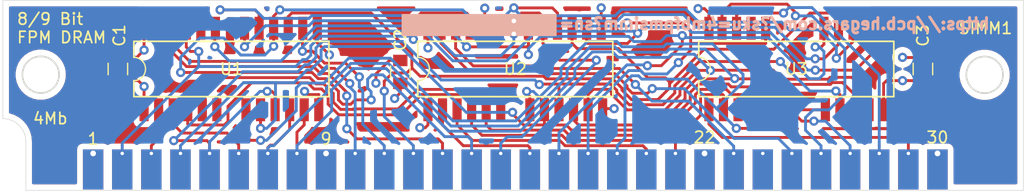
<source format=kicad_pcb>
(kicad_pcb (version 20171130) (host pcbnew "(5.1.8)-1")
  (layers (0 F.Cu signal) (1 In1.Cu power) (2 In2.Cu power) (31 B.Cu signal) (34 B.Paste user) (35 F.Paste user) (36 B.SilkS user) (37 F.SilkS user) (38 B.Mask user) (39 F.Mask user) (44 Edge.Cuts user))
  (net 0 "")
  (net 1 +5V)
  (net 2 /WE)
  (net 3 /DQ5)
  (net 4 /DP)
  (net 5 /CASP)
  (net 6 /RAS)
  (net 7 /A10)
  (net 8 /QP)
  (net 9 /A8)
  (net 10 /DQ7)
  (net 11 GND)
  (net 12 /A9)
  (net 13 /A11)
  (net 14 /DQ6)
  (net 15 /A5)
  (net 16 /A4)
  (net 17 /DQ2)
  (net 18 /DQ4)
  (net 19 /DQ3)
  (net 20 /A7)
  (net 21 /A6)
  (net 22 /A2)
  (net 23 /A3)
  (net 24 /DQ1)
  (net 25 /A1)
  (net 26 /A0)
  (net 27 /DQ0)
  (net 28 /CAS)
  (net 29 "Net-(U3-Pad4)")
  (net 30 "Net-(U1-Pad6)")
  (net 31 "Net-(U2-Pad6)")
  (net 32 "Net-(U3-Pad23)")
  (module Sebs:SOJ-24 (layer F.Cu) (at 144.145 100.711)
    (fp_text reference U2 (at 0 0) (layer F.SilkS))
    (fp_text value 4Mx4FPMDRAM)
    (pad 19 smd rect (at 1.143 -3.556) (size 0.8 2) (layers F.Cu F.Paste F.Mask) (net 9 /A8))
    (pad 21 smd rect (at -1.397 -3.556) (size 0.8 2) (layers F.Cu F.Paste F.Mask) (net 12 /A9))
    (pad 8 smd rect (at 1.27 3.556) (size 0.8 2) (layers F.Cu F.Paste F.Mask) (net 7 /A10))
    (pad 6 smd rect (at -1.27 3.556) (size 0.8 2) (layers F.Cu F.Paste F.Mask) (net 31 "Net-(U2-Pad6)"))
    (pad 14 smd rect (at 7.493 -3.556) (size 0.8 2) (layers F.Cu F.Paste F.Mask) (net 11 GND))
    (pad 15 smd rect (at 6.223 -3.556) (size 0.8 2) (layers F.Cu F.Paste F.Mask) (net 16 /A4))
    (pad 16 smd rect (at 4.953 -3.556) (size 0.8 2) (layers F.Cu F.Paste F.Mask) (net 15 /A5))
    (pad 17 smd rect (at 3.683 -3.556) (size 0.8 2) (layers F.Cu F.Paste F.Mask) (net 21 /A6))
    (pad 18 smd rect (at 2.413 -3.556) (size 0.8 2) (layers F.Cu F.Paste F.Mask) (net 20 /A7))
    (pad 22 smd rect (at -2.667 -3.556) (size 0.8 2) (layers F.Cu F.Paste F.Mask) (net 11 GND))
    (pad 23 smd rect (at -3.937 -3.556) (size 0.8 2) (layers F.Cu F.Paste F.Mask) (net 28 /CAS))
    (pad 24 smd rect (at -5.207 -3.556) (size 0.8 2) (layers F.Cu F.Paste F.Mask) (net 14 /DQ6))
    (pad 25 smd rect (at -6.477 -3.556) (size 0.8 2) (layers F.Cu F.Paste F.Mask) (net 10 /DQ7))
    (pad 26 smd rect (at -7.62 -3.556) (size 0.8 2) (layers F.Cu F.Paste F.Mask) (net 11 GND))
    (pad 1 smd rect (at -7.62 3.556) (size 0.8 2) (layers F.Cu F.Paste F.Mask) (net 1 +5V))
    (pad 2 smd rect (at -6.35 3.556) (size 0.8 2) (layers F.Cu F.Paste F.Mask) (net 18 /DQ4))
    (pad 3 smd rect (at -5.08 3.556) (size 0.8 2) (layers F.Cu F.Paste F.Mask) (net 3 /DQ5))
    (pad 4 smd rect (at -3.81 3.556) (size 0.8 2) (layers F.Cu F.Paste F.Mask) (net 2 /WE))
    (pad 5 smd rect (at -2.54 3.556) (size 0.8 2) (layers F.Cu F.Paste F.Mask) (net 6 /RAS))
    (pad 9 smd rect (at 2.54 3.556) (size 0.8 2) (layers F.Cu F.Paste F.Mask) (net 26 /A0))
    (pad 10 smd rect (at 3.81 3.556) (size 0.8 2) (layers F.Cu F.Paste F.Mask) (net 25 /A1))
    (pad 11 smd rect (at 5.08 3.556) (size 0.8 2) (layers F.Cu F.Paste F.Mask) (net 22 /A2))
    (pad 12 smd rect (at 6.35 3.556) (size 0.8 2) (layers F.Cu F.Paste F.Mask) (net 23 /A3))
    (pad 13 smd rect (at 7.62 3.556) (size 0.8 2) (layers F.Cu F.Paste F.Mask) (net 1 +5V))
  )
  (module Sebs:SOJ-24 (layer F.Cu) (at 119.38 100.711)
    (fp_text reference U1 (at 0 0) (layer F.SilkS))
    (fp_text value 4Mx4FPMDRAM)
    (pad 19 smd rect (at 1.143 -3.556) (size 0.8 2) (layers F.Cu F.Paste F.Mask) (net 9 /A8))
    (pad 21 smd rect (at -1.397 -3.556) (size 0.8 2) (layers F.Cu F.Paste F.Mask) (net 12 /A9))
    (pad 8 smd rect (at 1.27 3.556) (size 0.8 2) (layers F.Cu F.Paste F.Mask) (net 7 /A10))
    (pad 6 smd rect (at -1.27 3.556) (size 0.8 2) (layers F.Cu F.Paste F.Mask) (net 30 "Net-(U1-Pad6)"))
    (pad 14 smd rect (at 7.493 -3.556) (size 0.8 2) (layers F.Cu F.Paste F.Mask) (net 11 GND))
    (pad 15 smd rect (at 6.223 -3.556) (size 0.8 2) (layers F.Cu F.Paste F.Mask) (net 16 /A4))
    (pad 16 smd rect (at 4.953 -3.556) (size 0.8 2) (layers F.Cu F.Paste F.Mask) (net 15 /A5))
    (pad 17 smd rect (at 3.683 -3.556) (size 0.8 2) (layers F.Cu F.Paste F.Mask) (net 21 /A6))
    (pad 18 smd rect (at 2.413 -3.556) (size 0.8 2) (layers F.Cu F.Paste F.Mask) (net 20 /A7))
    (pad 22 smd rect (at -2.667 -3.556) (size 0.8 2) (layers F.Cu F.Paste F.Mask) (net 11 GND))
    (pad 23 smd rect (at -3.937 -3.556) (size 0.8 2) (layers F.Cu F.Paste F.Mask) (net 28 /CAS))
    (pad 24 smd rect (at -5.207 -3.556) (size 0.8 2) (layers F.Cu F.Paste F.Mask) (net 17 /DQ2))
    (pad 25 smd rect (at -6.477 -3.556) (size 0.8 2) (layers F.Cu F.Paste F.Mask) (net 19 /DQ3))
    (pad 26 smd rect (at -7.62 -3.556) (size 0.8 2) (layers F.Cu F.Paste F.Mask) (net 11 GND))
    (pad 1 smd rect (at -7.62 3.556) (size 0.8 2) (layers F.Cu F.Paste F.Mask) (net 1 +5V))
    (pad 2 smd rect (at -6.35 3.556) (size 0.8 2) (layers F.Cu F.Paste F.Mask) (net 27 /DQ0))
    (pad 3 smd rect (at -5.08 3.556) (size 0.8 2) (layers F.Cu F.Paste F.Mask) (net 24 /DQ1))
    (pad 4 smd rect (at -3.81 3.556) (size 0.8 2) (layers F.Cu F.Paste F.Mask) (net 2 /WE))
    (pad 5 smd rect (at -2.54 3.556) (size 0.8 2) (layers F.Cu F.Paste F.Mask) (net 6 /RAS))
    (pad 9 smd rect (at 2.54 3.556) (size 0.8 2) (layers F.Cu F.Paste F.Mask) (net 26 /A0))
    (pad 10 smd rect (at 3.81 3.556) (size 0.8 2) (layers F.Cu F.Paste F.Mask) (net 25 /A1))
    (pad 11 smd rect (at 5.08 3.556) (size 0.8 2) (layers F.Cu F.Paste F.Mask) (net 22 /A2))
    (pad 12 smd rect (at 6.35 3.556) (size 0.8 2) (layers F.Cu F.Paste F.Mask) (net 23 /A3))
    (pad 13 smd rect (at 7.62 3.556) (size 0.8 2) (layers F.Cu F.Paste F.Mask) (net 1 +5V))
  )
  (module Sebs:SOJ-20 (layer F.Cu) (at 168.656 100.711)
    (fp_text reference U3 (at 0 0) (layer F.SilkS))
    (fp_text value 4Mx1FPMDRAM)
    (pad 14 smd rect (at 7.493 -3.556) (size 0.8 2) (layers F.Cu F.Paste F.Mask) (net 16 /A4))
    (pad 15 smd rect (at 6.223 -3.556) (size 0.8 2) (layers F.Cu F.Paste F.Mask) (net 15 /A5))
    (pad 16 smd rect (at 4.953 -3.556) (size 0.8 2) (layers F.Cu F.Paste F.Mask) (net 21 /A6))
    (pad 17 smd rect (at 3.683 -3.556) (size 0.8 2) (layers F.Cu F.Paste F.Mask) (net 20 /A7))
    (pad 18 smd rect (at 2.413 -3.556) (size 0.8 2) (layers F.Cu F.Paste F.Mask) (net 9 /A8))
    (pad 22 smd rect (at -2.667 -3.556) (size 0.8 2) (layers F.Cu F.Paste F.Mask) (net 12 /A9))
    (pad 23 smd rect (at -3.937 -3.556) (size 0.8 2) (layers F.Cu F.Paste F.Mask) (net 32 "Net-(U3-Pad23)"))
    (pad 24 smd rect (at -5.207 -3.556) (size 0.8 2) (layers F.Cu F.Paste F.Mask) (net 5 /CASP))
    (pad 25 smd rect (at -6.477 -3.556) (size 0.8 2) (layers F.Cu F.Paste F.Mask) (net 8 /QP))
    (pad 26 smd rect (at -7.62 -3.556) (size 0.8 2) (layers F.Cu F.Paste F.Mask) (net 11 GND))
    (pad 1 smd rect (at -7.62 3.556) (size 0.8 2) (layers F.Cu F.Paste F.Mask) (net 4 /DP))
    (pad 2 smd rect (at -6.35 3.556) (size 0.8 2) (layers F.Cu F.Paste F.Mask) (net 2 /WE))
    (pad 3 smd rect (at -5.08 3.556) (size 0.8 2) (layers F.Cu F.Paste F.Mask) (net 6 /RAS))
    (pad 4 smd rect (at -3.81 3.556) (size 0.8 2) (layers F.Cu F.Paste F.Mask) (net 29 "Net-(U3-Pad4)"))
    (pad 5 smd rect (at -2.54 3.556) (size 0.8 2) (layers F.Cu F.Paste F.Mask) (net 7 /A10))
    (pad 9 smd rect (at 2.54 3.556) (size 0.8 2) (layers F.Cu F.Paste F.Mask) (net 26 /A0))
    (pad 10 smd rect (at 3.81 3.556) (size 0.8 2) (layers F.Cu F.Paste F.Mask) (net 25 /A1))
    (pad 11 smd rect (at 5.08 3.556) (size 0.8 2) (layers F.Cu F.Paste F.Mask) (net 22 /A2))
    (pad 12 smd rect (at 6.35 3.556) (size 0.8 2) (layers F.Cu F.Paste F.Mask) (net 23 /A3))
    (pad 13 smd rect (at 7.62 3.556) (size 0.8 2) (layers F.Cu F.Paste F.Mask) (net 1 +5V))
  )
  (module Sebs:30pinSIMM (layer F.Cu) (at 99.441 111.379)
    (fp_text reference SIMM1 (at 85.725 -14.224 180) (layer F.SilkS))
    (fp_text value 30pinSIMM)
    (fp_text user 30 (at 81.534 -4.699) (layer F.SilkS))
    (fp_text user 1 (at 7.874 -4.572) (layer F.SilkS))
    (pad 21 thru_hole rect (at 58.674 -3.302) (size 1.78 3.5) (drill 0.3 (offset 0 1.4)) (layers *.Cu *.Mask) (net 2 /WE))
    (pad 20 thru_hole rect (at 56.134 -3.302) (size 1.78 3.5) (drill 0.3 (offset 0 1.4)) (layers *.Cu *.Mask) (net 3 /DQ5))
    (pad 29 thru_hole rect (at 78.994 -3.302) (size 1.78 3.5) (drill 0.3 (offset 0 1.4)) (layers *.Cu *.Mask) (net 4 /DP))
    (pad 28 thru_hole rect (at 76.454 -3.302) (size 1.78 3.5) (drill 0.3 (offset 0 1.4)) (layers *.Cu *.Mask) (net 5 /CASP))
    (pad 27 thru_hole rect (at 73.914 -3.302) (size 1.78 3.5) (drill 0.3 (offset 0 1.4)) (layers *.Cu *.Mask) (net 6 /RAS))
    (pad 19 thru_hole rect (at 53.594 -3.302) (size 1.78 3.5) (drill 0.3 (offset 0 1.4)) (layers *.Cu *.Mask) (net 7 /A10))
    (pad 30 thru_hole rect (at 81.534 -3.302) (size 1.78 3.5) (drill 0.5 (offset 0 1.4)) (layers *.Cu *.Mask) (net 1 +5V))
    (pad 26 thru_hole rect (at 71.374 -3.302) (size 1.78 3.5) (drill 0.3 (offset 0 1.4)) (layers *.Cu *.Mask) (net 8 /QP))
    (pad 17 thru_hole rect (at 48.514 -3.302) (size 1.78 3.5) (drill 0.3 (offset 0 1.4)) (layers *.Cu *.Mask) (net 9 /A8))
    (pad 25 thru_hole rect (at 68.834 -3.302) (size 1.78 3.5) (drill 0.3 (offset 0 1.4)) (layers *.Cu *.Mask) (net 10 /DQ7))
    (pad 22 thru_hole rect (at 61.214 -3.302) (size 1.78 3.5) (drill 0.5 (offset 0 1.4)) (layers *.Cu *.Mask) (net 11 GND))
    (pad 18 thru_hole rect (at 51.054 -3.302) (size 1.78 3.5) (drill 0.3 (offset 0 1.4)) (layers *.Cu *.Mask) (net 12 /A9))
    (pad 24 thru_hole rect (at 66.294 -3.302) (size 1.78 3.5) (drill 0.3 (offset 0 1.4)) (layers *.Cu *.Mask) (net 13 /A11))
    (pad 23 thru_hole rect (at 63.754 -3.302) (size 1.78 3.5) (drill 0.3 (offset 0 1.4)) (layers *.Cu *.Mask) (net 14 /DQ6))
    (pad 12 thru_hole rect (at 35.814 -3.302) (size 1.78 3.5) (drill 0.3 (offset 0 1.4)) (layers *.Cu *.Mask) (net 15 /A5))
    (pad 11 thru_hole rect (at 33.274 -3.302) (size 1.78 3.5) (drill 0.3 (offset 0 1.4)) (layers *.Cu *.Mask) (net 16 /A4))
    (pad 10 thru_hole rect (at 30.734 -3.302) (size 1.78 3.5) (drill 0.3 (offset 0 1.4)) (layers *.Cu *.Mask) (net 17 /DQ2))
    (pad 16 thru_hole rect (at 45.974 -3.302) (size 1.78 3.5) (drill 0.3 (offset 0 1.4)) (layers *.Cu *.Mask) (net 18 /DQ4))
    (pad 13 thru_hole rect (at 38.354 -3.302) (size 1.78 3.5) (drill 0.3 (offset 0 1.4)) (layers *.Cu *.Mask) (net 19 /DQ3))
    (pad 9 thru_hole rect (at 28.194 -3.302) (size 1.78 3.5) (drill 0.5 (offset 0 1.4)) (layers *.Cu *.Mask) (net 11 GND))
    (pad 15 thru_hole rect (at 43.434 -3.302) (size 1.78 3.5) (drill 0.3 (offset 0 1.4)) (layers *.Cu *.Mask) (net 20 /A7))
    (pad 14 thru_hole rect (at 40.894 -3.302) (size 1.78 3.5) (drill 0.3 (offset 0 1.4)) (layers *.Cu *.Mask) (net 21 /A6))
    (pad 7 thru_hole rect (at 23.114 -3.302) (size 1.78 3.5) (drill 0.3 (offset 0 1.4)) (layers *.Cu *.Mask) (net 22 /A2))
    (pad 8 thru_hole rect (at 25.654 -3.302) (size 1.78 3.5) (drill 0.3 (offset 0 1.4)) (layers *.Cu *.Mask) (net 23 /A3))
    (pad 6 thru_hole rect (at 20.574 -3.302) (size 1.78 3.5) (drill 0.3 (offset 0 1.4)) (layers *.Cu *.Mask) (net 24 /DQ1))
    (pad 5 thru_hole rect (at 18.034 -3.302) (size 1.78 3.5) (drill 0.3 (offset 0 1.4)) (layers *.Cu *.Mask) (net 25 /A1))
    (pad 4 thru_hole rect (at 15.494 -3.302) (size 1.78 3.5) (drill 0.3 (offset 0 1.4)) (layers *.Cu *.Mask) (net 26 /A0))
    (pad 3 thru_hole rect (at 12.954 -3.302) (size 1.78 3.5) (drill 0.3 (offset 0 1.4)) (layers *.Cu *.Mask) (net 27 /DQ0))
    (pad 2 thru_hole rect (at 10.414 -3.302) (size 1.78 3.5) (drill 0.3 (offset 0 1.4)) (layers *.Cu *.Mask) (net 28 /CAS))
    (pad 1 thru_hole rect (at 7.874 -3.302) (size 1.78 3.5) (drill 0.5 (offset 0 1.4)) (layers *.Cu *.Mask) (net 1 +5V))
  )
  (module Capacitors_SMD:C_0805 (layer F.Cu) (at 179.705 100.711 270)
    (fp_text reference C3 (at -2.921 0 90) (layer F.SilkS))
    (fp_text value C)
    (pad 1 smd rect (at -1 0 270) (size 1 1.25) (layers F.Cu F.Paste F.Mask) (net 11 GND))
    (pad 2 smd rect (at 1 0 270) (size 1 1.25) (layers F.Cu F.Paste F.Mask) (net 1 +5V))
  )
  (module Capacitors_SMD:C_0805 (layer F.Cu) (at 134.112 100.965 270)
    (fp_text reference C2 (at -2.794 0 90) (layer F.SilkS))
    (fp_text value C)
    (pad 1 smd rect (at -1 0 270) (size 1 1.25) (layers F.Cu F.Paste F.Mask) (net 11 GND))
    (pad 2 smd rect (at 1 0 270) (size 1 1.25) (layers F.Cu F.Paste F.Mask) (net 1 +5V))
  )
  (module Capacitors_SMD:C_0805 (layer F.Cu) (at 109.474 100.711 270)
    (fp_text reference C1 (at -2.921 -0.127 90) (layer F.SilkS))
    (fp_text value C)
    (pad 1 smd rect (at -1 0 270) (size 1 1.25) (layers F.Cu F.Paste F.Mask) (net 11 GND))
    (pad 2 smd rect (at 1 0 270) (size 1 1.25) (layers F.Cu F.Paste F.Mask) (net 1 +5V))
  )
  (gr_text 22 (at 160.655 106.68) (layer F.SilkS) (effects (font (size 1 1))))
  (gr_text 9 (at 127.635 106.807) (layer F.SilkS) (effects (font (size 1 1))))
  (gr_text 4Mb (at 101.981 105.029) (layer F.SilkS) (effects (font (size 1 1)) (justify left)))
  (gr_text "8/9 Bit \nFPM DRAM" (at 100.584 97.155) (layer F.SilkS) (effects (font (size 1 1)) (justify left)))
  (gr_circle (center 102.743 101.2063) (end 104.343 101.2063) (layer Edge.Cuts) (width 0.15))
  (gr_circle (center 185.09 101.219) (end 186.69 101.219) (layer Edge.Cuts) (width 0.15))
  (gr_poly (pts (xy 147.701 97.79) (xy 134.2771 97.79) (xy 134.2771 95.9612) (xy 147.701 95.9612)) (layer B.SilkS) (width 0.1))
  (gr_text https://pcb.hegars.com/?sku=4mbfpmsimm?sn= (at 166.751 96.774) (layer B.SilkS) (effects (font (size 1 1) (thickness 0.25)) (justify mirror)))
  (gr_arc (start 99.441 107.04834) (end 101.4476 107.06104) (angle -90.36262667) (layer Edge.Cuts) (width 0.05))
  (gr_line (start 188.468 94.7166) (end 188.468 111.3028) (layer Edge.Cuts) (width 0.05))
  (gr_line (start 99.441 94.7166) (end 188.468 94.7166) (layer Edge.Cuts) (width 0.05))
  (gr_line (start 99.441 105.0417) (end 99.441 94.7166) (layer Edge.Cuts) (width 0.05))
  (gr_line (start 101.4476 111.3028) (end 101.4476 107.06104) (layer Edge.Cuts) (width 0.05))
  (gr_line (start 188.468 111.3028) (end 101.4476 111.3028) (layer Edge.Cuts) (width 0.05))
  (segment (start 125.7614 102.665) (end 126.0381 102.9417) (width 0.25) (layer F.Cu) (net 1))
  (segment (start 126.0381 102.9417) (end 127 102.9417) (width 0.25) (layer F.Cu) (net 1))
  (segment (start 134.112 102.7903) (end 133.6174 103.2849) (width 0.25) (layer F.Cu) (net 1))
  (segment (start 127 104.267) (end 127 102.9417) (width 0.25) (layer F.Cu) (net 1))
  (segment (start 136.525 104.267) (end 136.525 105.5923) (width 0.25) (layer F.Cu) (net 1))
  (segment (start 111.76 104.267) (end 111.76 102.9417) (width 0.25) (layer F.Cu) (net 1))
  (segment (start 134.112 101.965) (end 134.112 102.7903) (width 0.25) (layer F.Cu) (net 1))
  (via (at 177.927 101.727) (size 0.8) (drill 0.4) (layers F.Cu B.Cu) (net 1))
  (via (at 135.8184 105.8361) (size 0.8) (drill 0.4) (layers F.Cu B.Cu) (net 1))
  (via (at 152.766 104.1697) (size 0.8) (drill 0.4) (layers F.Cu B.Cu) (net 1))
  (via (at 111.76 102.235) (size 0.8) (drill 0.4) (layers F.Cu B.Cu) (net 1))
  (via (at 125.7614 102.665) (size 0.8) (drill 0.4) (layers F.Cu B.Cu) (net 1))
  (via (at 133.6174 103.2849) (size 0.8) (drill 0.4) (layers F.Cu B.Cu) (net 1))
  (segment (start 111.76 102.9417) (end 111.76 102.235) (width 0.25) (layer F.Cu) (net 1))
  (segment (start 176.276 104.267) (end 176.276 101.981) (width 0.25) (layer F.Cu) (net 1))
  (segment (start 176.276 101.981) (end 176.53 101.727) (width 0.25) (layer F.Cu) (net 1))
  (segment (start 111.236 101.711) (end 111.76 102.235) (width 0.25) (layer F.Cu) (net 1))
  (segment (start 109.474 101.711) (end 111.236 101.711) (width 0.25) (layer F.Cu) (net 1))
  (segment (start 136.2812 105.8361) (end 136.525 105.5923) (width 0.25) (layer F.Cu) (net 1))
  (segment (start 135.8184 105.8361) (end 136.2812 105.8361) (width 0.25) (layer F.Cu) (net 1))
  (segment (start 151.8623 104.1697) (end 151.765 104.267) (width 0.25) (layer F.Cu) (net 1))
  (segment (start 152.766 104.1697) (end 151.8623 104.1697) (width 0.25) (layer F.Cu) (net 1))
  (segment (start 179.689 101.727) (end 179.705 101.711) (width 0.25) (layer F.Cu) (net 1))
  (segment (start 177.927 101.727) (end 179.689 101.727) (width 0.25) (layer F.Cu) (net 1))
  (segment (start 176.53 101.727) (end 177.927 101.727) (width 0.25) (layer F.Cu) (net 1))
  (segment (start 158.115 108.077) (end 158.115 106.9432) (width 0.25) (layer F.Cu) (net 2))
  (segment (start 140.335 105.5923) (end 141.2383 106.4956) (width 0.25) (layer F.Cu) (net 2))
  (segment (start 141.2383 106.4956) (end 148.2176 106.4956) (width 0.25) (layer F.Cu) (net 2))
  (segment (start 148.2176 106.4956) (end 148.6652 106.9432) (width 0.25) (layer F.Cu) (net 2))
  (segment (start 148.6652 106.9432) (end 158.115 106.9432) (width 0.25) (layer F.Cu) (net 2))
  (segment (start 140.335 104.267) (end 140.335 105.5923) (width 0.25) (layer F.Cu) (net 2))
  (segment (start 162.2307 102.9417) (end 162.306 103.017) (width 0.25) (layer F.Cu) (net 2))
  (segment (start 162.306 103.017) (end 162.306 104.267) (width 0.25) (layer F.Cu) (net 2))
  (segment (start 160.307064 103.135836) (end 160.5012 102.9417) (width 0.25) (layer F.Cu) (net 2))
  (segment (start 158.115 106.9432) (end 160.307064 104.751136) (width 0.25) (layer F.Cu) (net 2))
  (segment (start 160.5012 102.9417) (end 162.2307 102.9417) (width 0.25) (layer F.Cu) (net 2))
  (segment (start 160.307064 104.751136) (end 160.307064 103.135836) (width 0.25) (layer F.Cu) (net 2))
  (segment (start 115.57 105.517) (end 115.6453 105.5923) (width 0.25) (layer F.Cu) (net 2))
  (segment (start 115.6453 105.5923) (end 118.769702 105.5923) (width 0.25) (layer F.Cu) (net 2))
  (segment (start 115.57 104.267) (end 115.57 105.517) (width 0.25) (layer F.Cu) (net 2))
  (segment (start 140.335 103.017) (end 140.335 104.267) (width 0.25) (layer F.Cu) (net 2))
  (segment (start 134.1862 104.7063) (end 135.9508 102.9417) (width 0.25) (layer F.Cu) (net 2))
  (segment (start 140.2597 102.9417) (end 140.335 103.017) (width 0.25) (layer F.Cu) (net 2))
  (segment (start 128.74067 104.7063) (end 134.1862 104.7063) (width 0.25) (layer F.Cu) (net 2))
  (segment (start 127.2435 102.4549) (end 127.815985 103.027385) (width 0.25) (layer F.Cu) (net 2))
  (segment (start 135.9508 102.9417) (end 140.2597 102.9417) (width 0.25) (layer F.Cu) (net 2))
  (segment (start 127.815985 103.781615) (end 128.74067 104.7063) (width 0.25) (layer F.Cu) (net 2))
  (segment (start 118.769702 105.5923) (end 119.08015 105.281852) (width 0.25) (layer F.Cu) (net 2))
  (segment (start 127.815985 103.027385) (end 127.815985 103.781615) (width 0.25) (layer F.Cu) (net 2))
  (segment (start 126.5772 102.4549) (end 127.2435 102.4549) (width 0.25) (layer F.Cu) (net 2))
  (segment (start 119.08015 103.96715) (end 121.1326 101.9147) (width 0.25) (layer F.Cu) (net 2))
  (segment (start 126.037 101.9147) (end 126.5772 102.4549) (width 0.25) (layer F.Cu) (net 2))
  (segment (start 119.08015 105.281852) (end 119.08015 103.96715) (width 0.25) (layer F.Cu) (net 2))
  (segment (start 121.1326 101.9147) (end 126.037 101.9147) (width 0.25) (layer F.Cu) (net 2))
  (segment (start 155.2807 107.4017) (end 155.575 107.696) (width 0.25) (layer F.Cu) (net 3))
  (segment (start 148.4868 107.4017) (end 155.2807 107.4017) (width 0.25) (layer F.Cu) (net 3))
  (segment (start 148.031 106.9459) (end 148.4868 107.4017) (width 0.25) (layer F.Cu) (net 3))
  (segment (start 155.575 107.696) (end 155.575 108.077) (width 0.25) (layer F.Cu) (net 3))
  (segment (start 140.4186 106.9459) (end 148.031 106.9459) (width 0.25) (layer F.Cu) (net 3))
  (segment (start 139.065 105.5923) (end 140.4186 106.9459) (width 0.25) (layer F.Cu) (net 3))
  (segment (start 139.065 104.267) (end 139.065 105.5923) (width 0.25) (layer F.Cu) (net 3))
  (segment (start 161.036 105.517) (end 161.036 104.267) (width 0.25) (layer F.Cu) (net 4))
  (segment (start 162.199 106.68) (end 161.036 105.517) (width 0.25) (layer F.Cu) (net 4))
  (segment (start 178.054 106.68) (end 162.199 106.68) (width 0.25) (layer F.Cu) (net 4))
  (segment (start 178.435 107.061) (end 178.054 106.68) (width 0.25) (layer F.Cu) (net 4))
  (segment (start 178.435 108.077) (end 178.435 107.061) (width 0.25) (layer F.Cu) (net 4))
  (segment (start 175.895 107.4017) (end 175.895 101.2217) (width 0.25) (layer B.Cu) (net 5))
  (segment (start 175.895 101.2217) (end 170.0249 95.3516) (width 0.25) (layer B.Cu) (net 5))
  (segment (start 170.0249 95.3516) (end 168.0241 95.3516) (width 0.25) (layer B.Cu) (net 5))
  (segment (start 168.0241 95.3516) (end 167.546 95.8297) (width 0.25) (layer B.Cu) (net 5))
  (segment (start 175.895 108.077) (end 175.895 107.4017) (width 0.25) (layer B.Cu) (net 5))
  (via (at 167.546 95.8297) (size 0.8) (layers F.Cu B.Cu) (net 5))
  (segment (start 167.546 95.8297) (end 163.6313 95.8297) (width 0.25) (layer F.Cu) (net 5))
  (segment (start 163.449 96.012) (end 163.449 97.155) (width 0.25) (layer F.Cu) (net 5))
  (segment (start 163.6313 95.8297) (end 163.449 96.012) (width 0.25) (layer F.Cu) (net 5))
  (segment (start 170.1943 105.2588) (end 171.2121 105.2588) (width 0.25) (layer B.Cu) (net 6))
  (segment (start 171.2121 105.2588) (end 173.355 107.4017) (width 0.25) (layer B.Cu) (net 6))
  (segment (start 163.576 102.9417) (end 166.8209 102.9417) (width 0.25) (layer F.Cu) (net 6))
  (segment (start 166.8209 102.9417) (end 169.138 105.2588) (width 0.25) (layer F.Cu) (net 6))
  (segment (start 169.138 105.2588) (end 170.1943 105.2588) (width 0.25) (layer F.Cu) (net 6))
  (segment (start 173.355 108.077) (end 173.355 107.4017) (width 0.25) (layer B.Cu) (net 6))
  (segment (start 163.576 104.267) (end 163.576 102.9417) (width 0.25) (layer F.Cu) (net 6))
  (via (at 170.1943 105.2588) (size 0.8) (layers F.Cu B.Cu) (net 6))
  (segment (start 141.605 104.267) (end 141.605 105.5923) (width 0.25) (layer F.Cu) (net 6))
  (segment (start 142.058 106.0453) (end 148.4042 106.0453) (width 0.25) (layer F.Cu) (net 6))
  (segment (start 160.3057 102.4914) (end 162.5649 102.4914) (width 0.25) (layer F.Cu) (net 6))
  (segment (start 159.857053 103.675001) (end 159.857053 102.940046) (width 0.25) (layer F.Cu) (net 6))
  (segment (start 148.4042 106.0453) (end 148.8518 106.4929) (width 0.25) (layer F.Cu) (net 6))
  (segment (start 159.857053 102.940046) (end 160.3057 102.4914) (width 0.25) (layer F.Cu) (net 6))
  (segment (start 148.8518 106.4929) (end 157.039154 106.4929) (width 0.25) (layer F.Cu) (net 6))
  (segment (start 163.0152 102.9417) (end 163.576 102.9417) (width 0.25) (layer F.Cu) (net 6))
  (segment (start 141.605 105.5923) (end 142.058 106.0453) (width 0.25) (layer F.Cu) (net 6))
  (segment (start 162.5649 102.4914) (end 163.0152 102.9417) (width 0.25) (layer F.Cu) (net 6))
  (segment (start 157.039154 106.4929) (end 159.857053 103.675001) (width 0.25) (layer F.Cu) (net 6))
  (segment (start 118.3173 101.4644) (end 126.2236 101.4644) (width 0.25) (layer F.Cu) (net 6))
  (segment (start 126.7638 102.0046) (end 127.4301 102.0046) (width 0.25) (layer F.Cu) (net 6))
  (segment (start 126.2236 101.4644) (end 126.7638 102.0046) (width 0.25) (layer F.Cu) (net 6))
  (segment (start 127.4301 102.0046) (end 128.265996 102.840496) (width 0.25) (layer F.Cu) (net 6))
  (segment (start 128.265996 103.595215) (end 128.906607 104.235826) (width 0.25) (layer F.Cu) (net 6))
  (segment (start 116.84 102.9417) (end 118.3173 101.4644) (width 0.25) (layer F.Cu) (net 6))
  (segment (start 128.906607 104.235826) (end 129.975411 104.235826) (width 0.25) (layer F.Cu) (net 6))
  (segment (start 130.019937 104.1913) (end 133.9349 104.1913) (width 0.25) (layer F.Cu) (net 6))
  (segment (start 141.1547 102.4914) (end 141.605 102.9417) (width 0.25) (layer F.Cu) (net 6))
  (segment (start 141.605 102.9417) (end 141.605 103.017) (width 0.25) (layer F.Cu) (net 6))
  (segment (start 141.605 103.017) (end 141.605 104.267) (width 0.25) (layer F.Cu) (net 6))
  (segment (start 116.84 104.267) (end 116.84 102.9417) (width 0.25) (layer F.Cu) (net 6))
  (segment (start 133.9349 104.1913) (end 135.6348 102.4914) (width 0.25) (layer F.Cu) (net 6))
  (segment (start 128.265996 102.840496) (end 128.265996 103.595215) (width 0.25) (layer F.Cu) (net 6))
  (segment (start 129.975411 104.235826) (end 130.019937 104.1913) (width 0.25) (layer F.Cu) (net 6))
  (segment (start 135.6348 102.4914) (end 141.1547 102.4914) (width 0.25) (layer F.Cu) (net 6))
  (segment (start 150.4431 98.3172) (end 153.0001 98.3172) (width 0.25) (layer B.Cu) (net 7))
  (segment (start 153.0001 98.3172) (end 153.4504 98.7675) (width 0.25) (layer B.Cu) (net 7))
  (segment (start 157.3241 98.5228) (end 161.3577 98.5228) (width 0.25) (layer B.Cu) (net 7))
  (segment (start 161.3577 98.5228) (end 164.012 101.1771) (width 0.25) (layer B.Cu) (net 7))
  (segment (start 164.012 101.1771) (end 164.012 101.8599) (width 0.25) (layer B.Cu) (net 7))
  (segment (start 164.012 101.8599) (end 161.7052 104.1667) (width 0.25) (layer B.Cu) (net 7))
  (segment (start 145.6168 103.8088) (end 144.1894 105.2362) (width 0.25) (layer B.Cu) (net 7))
  (segment (start 144.1894 105.2362) (end 138.7168 105.2362) (width 0.25) (layer B.Cu) (net 7))
  (segment (start 138.7168 105.2362) (end 133.2518 99.7712) (width 0.25) (layer B.Cu) (net 7))
  (segment (start 133.2518 99.7712) (end 129.6116 99.7712) (width 0.25) (layer B.Cu) (net 7))
  (segment (start 129.6116 99.7712) (end 127.4431 101.9397) (width 0.25) (layer B.Cu) (net 7))
  (segment (start 127.4431 101.9397) (end 125.461 101.9397) (width 0.25) (layer B.Cu) (net 7))
  (segment (start 125.461 101.9397) (end 125.0361 102.3646) (width 0.25) (layer B.Cu) (net 7))
  (segment (start 125.0361 102.3646) (end 125.0361 104.3442) (width 0.25) (layer B.Cu) (net 7))
  (segment (start 153.035 107.4017) (end 153.7103 106.7264) (width 0.25) (layer B.Cu) (net 7))
  (segment (start 153.7103 106.7264) (end 153.7103 101.8901) (width 0.25) (layer B.Cu) (net 7))
  (segment (start 153.7103 101.8901) (end 154.3002 101.3002) (width 0.25) (layer B.Cu) (net 7))
  (segment (start 154.3002 101.3002) (end 154.8848 101.3002) (width 0.25) (layer B.Cu) (net 7))
  (segment (start 154.8848 101.3002) (end 155.1806 101.596) (width 0.25) (layer B.Cu) (net 7))
  (segment (start 155.1806 101.596) (end 159.1344 101.596) (width 0.25) (layer B.Cu) (net 7))
  (segment (start 159.1344 101.596) (end 161.7052 104.1667) (width 0.25) (layer B.Cu) (net 7))
  (segment (start 161.7052 104.1667) (end 163.428 105.8896) (width 0.25) (layer B.Cu) (net 7))
  (segment (start 153.035 108.077) (end 153.035 107.4017) (width 0.25) (layer B.Cu) (net 7))
  (via (at 145.1398 102.6665) (size 0.8) (layers F.Cu B.Cu) (net 7))
  (via (at 121.92 106.934) (size 0.8) (layers F.Cu B.Cu) (net 7))
  (via (at 163.428 105.8896) (size 0.8) (layers F.Cu B.Cu) (net 7))
  (segment (start 165.6364 105.8896) (end 166.116 105.41) (width 0.25) (layer F.Cu) (net 7))
  (segment (start 163.428 105.8896) (end 165.6364 105.8896) (width 0.25) (layer F.Cu) (net 7))
  (segment (start 166.116 104.267) (end 166.116 105.41) (width 0.25) (layer F.Cu) (net 7))
  (segment (start 157.0794 98.7675) (end 157.3241 98.5228) (width 0.25) (layer B.Cu) (net 7))
  (segment (start 153.4504 98.7675) (end 157.0794 98.7675) (width 0.25) (layer B.Cu) (net 7))
  (segment (start 121.92 106.934) (end 121.031 106.934) (width 0.25) (layer F.Cu) (net 7))
  (segment (start 120.65 106.553) (end 120.65 105.283) (width 0.25) (layer F.Cu) (net 7))
  (segment (start 121.031 106.934) (end 120.65 106.553) (width 0.25) (layer F.Cu) (net 7))
  (segment (start 120.65 105.283) (end 120.65 104.267) (width 0.25) (layer F.Cu) (net 7))
  (segment (start 120.65 105.8448) (end 120.65 105.283) (width 0.25) (layer F.Cu) (net 7))
  (segment (start 122.4463 106.934) (end 125.0361 104.3442) (width 0.25) (layer B.Cu) (net 7))
  (segment (start 121.92 106.934) (end 122.4463 106.934) (width 0.25) (layer B.Cu) (net 7))
  (segment (start 145.6168 103.8088) (end 145.6192 103.8088) (width 0.25) (layer B.Cu) (net 7))
  (segment (start 148.12915 101.29885) (end 148.12915 100.63115) (width 0.25) (layer B.Cu) (net 7))
  (segment (start 148.12915 100.63115) (end 150.4431 98.3172) (width 0.25) (layer B.Cu) (net 7))
  (segment (start 145.7195 102.6665) (end 146.2405 103.1875) (width 0.25) (layer B.Cu) (net 7))
  (segment (start 145.1398 102.6665) (end 145.7195 102.6665) (width 0.25) (layer B.Cu) (net 7))
  (segment (start 146.2405 103.1875) (end 148.12915 101.29885) (width 0.25) (layer B.Cu) (net 7))
  (segment (start 145.6192 103.8088) (end 146.2405 103.1875) (width 0.25) (layer B.Cu) (net 7))
  (segment (start 145.1398 102.8488) (end 145.415 103.124) (width 0.25) (layer F.Cu) (net 7))
  (segment (start 145.1398 102.6665) (end 145.1398 102.8488) (width 0.25) (layer F.Cu) (net 7))
  (segment (start 145.415 104.267) (end 145.415 103.124) (width 0.25) (layer F.Cu) (net 7))
  (segment (start 170.815 107.4017) (end 169.4644 106.0511) (width 0.25) (layer B.Cu) (net 8))
  (segment (start 169.4644 106.0511) (end 169.4644 104.9446) (width 0.25) (layer B.Cu) (net 8))
  (segment (start 169.4644 104.9446) (end 170.135 104.274) (width 0.25) (layer B.Cu) (net 8))
  (segment (start 170.135 104.274) (end 171.5078 104.274) (width 0.25) (layer B.Cu) (net 8))
  (segment (start 171.5078 104.274) (end 172.8916 102.8902) (width 0.25) (layer B.Cu) (net 8))
  (segment (start 172.8916 102.8902) (end 172.8916 98.9348) (width 0.25) (layer B.Cu) (net 8))
  (segment (start 172.8916 98.9348) (end 170.0337 96.0769) (width 0.25) (layer B.Cu) (net 8))
  (segment (start 170.0337 96.0769) (end 168.5856 96.0769) (width 0.25) (layer B.Cu) (net 8))
  (segment (start 162.179 95.8297) (end 162.9524 95.0563) (width 0.25) (layer F.Cu) (net 8))
  (segment (start 162.9524 95.0563) (end 167.8624 95.0563) (width 0.25) (layer F.Cu) (net 8))
  (segment (start 167.8624 95.0563) (end 168.5856 95.7795) (width 0.25) (layer F.Cu) (net 8))
  (segment (start 168.5856 95.7795) (end 168.5856 96.0769) (width 0.25) (layer F.Cu) (net 8))
  (segment (start 170.815 108.077) (end 170.815 107.4017) (width 0.25) (layer B.Cu) (net 8))
  (segment (start 162.179 97.155) (end 162.179 95.8297) (width 0.25) (layer F.Cu) (net 8))
  (via (at 168.5856 96.0769) (size 0.8) (layers F.Cu B.Cu) (net 8))
  (segment (start 139.8963 98.7792) (end 137.6183 96.5012) (width 0.25) (layer B.Cu) (net 9))
  (segment (start 137.6183 96.5012) (end 126.5773 96.5012) (width 0.25) (layer B.Cu) (net 9))
  (segment (start 126.5773 96.5012) (end 126.1461 96.9324) (width 0.25) (layer B.Cu) (net 9))
  (segment (start 126.1461 96.9324) (end 122.6123 96.9324) (width 0.25) (layer B.Cu) (net 9))
  (segment (start 158.7132 97.8851) (end 158.7132 97.7975) (width 0.25) (layer B.Cu) (net 9))
  (segment (start 147.955 107.4017) (end 147.955 106.2787) (width 0.25) (layer B.Cu) (net 9))
  (segment (start 147.955 106.2787) (end 153.8821 100.3516) (width 0.25) (layer B.Cu) (net 9))
  (segment (start 153.8821 100.3516) (end 155.5988 100.3516) (width 0.25) (layer B.Cu) (net 9))
  (segment (start 155.5988 100.3516) (end 155.6676 100.4204) (width 0.25) (layer B.Cu) (net 9))
  (segment (start 147.955 108.077) (end 147.955 107.4017) (width 0.25) (layer B.Cu) (net 9))
  (via (at 155.6676 100.4204) (size 0.8) (layers F.Cu B.Cu) (net 9))
  (via (at 158.7132 97.7975) (size 0.8) (layers F.Cu B.Cu) (net 9))
  (via (at 170.307 98.7872) (size 0.8) (layers F.Cu B.Cu) (net 9))
  (via (at 120.523 98.7665) (size 0.8) (layers F.Cu B.Cu) (net 9))
  (via (at 139.8963 98.7792) (size 0.8) (layers F.Cu B.Cu) (net 9))
  (segment (start 158.8009 97.9728) (end 158.7132 97.8851) (width 0.25) (layer B.Cu) (net 9))
  (segment (start 166.20758 97.9728) (end 158.8009 97.9728) (width 0.25) (layer B.Cu) (net 9))
  (segment (start 171.069 101.1384) (end 170.6533 101.5541) (width 0.25) (layer B.Cu) (net 9))
  (segment (start 169.78888 101.5541) (end 166.20758 97.9728) (width 0.25) (layer B.Cu) (net 9))
  (segment (start 170.6533 101.5541) (end 169.78888 101.5541) (width 0.25) (layer B.Cu) (net 9))
  (via (at 145.288 99.45441) (size 0.8) (drill 0.4) (layers F.Cu B.Cu) (net 9))
  (segment (start 156.825511 98.317489) (end 157.3455 97.7975) (width 0.25) (layer B.Cu) (net 9))
  (segment (start 154.489789 98.317489) (end 156.825511 98.317489) (width 0.25) (layer B.Cu) (net 9))
  (segment (start 154.0392 97.8669) (end 154.489789 98.317489) (width 0.25) (layer B.Cu) (net 9))
  (segment (start 157.3455 97.7975) (end 158.7132 97.7975) (width 0.25) (layer B.Cu) (net 9))
  (segment (start 146.54662 97.8669) (end 154.0392 97.8669) (width 0.25) (layer B.Cu) (net 9))
  (segment (start 170.6692 98.7872) (end 171.069 99.187) (width 0.25) (layer B.Cu) (net 9))
  (segment (start 170.307 98.7872) (end 170.6692 98.7872) (width 0.25) (layer B.Cu) (net 9))
  (segment (start 171.069 99.187) (end 171.069 101.1384) (width 0.25) (layer B.Cu) (net 9))
  (segment (start 170.8338 98.7872) (end 171.069 98.552) (width 0.25) (layer F.Cu) (net 9))
  (segment (start 170.307 98.7872) (end 170.8338 98.7872) (width 0.25) (layer F.Cu) (net 9))
  (segment (start 171.069 97.155) (end 171.069 98.552) (width 0.25) (layer F.Cu) (net 9))
  (segment (start 120.7782 97.2832) (end 120.65 97.155) (width 0.25) (layer F.Cu) (net 9))
  (segment (start 155.6676 100.4204) (end 156.8816 100.4204) (width 0.25) (layer F.Cu) (net 9))
  (segment (start 158.7132 98.5888) (end 158.7132 97.7975) (width 0.25) (layer F.Cu) (net 9))
  (segment (start 156.8816 100.4204) (end 158.7132 98.5888) (width 0.25) (layer F.Cu) (net 9))
  (segment (start 120.523 98.5113) (end 120.7782 98.7665) (width 0.25) (layer F.Cu) (net 9))
  (segment (start 120.523 97.155) (end 120.523 98.5113) (width 0.25) (layer F.Cu) (net 9))
  (segment (start 145.1878 98.7792) (end 145.288 98.679) (width 0.25) (layer F.Cu) (net 9))
  (segment (start 139.8963 98.7792) (end 145.1878 98.7792) (width 0.25) (layer F.Cu) (net 9))
  (segment (start 145.288 98.679) (end 145.288 99.12552) (width 0.25) (layer F.Cu) (net 9))
  (segment (start 145.288 97.155) (end 145.288 98.679) (width 0.25) (layer F.Cu) (net 9))
  (segment (start 145.288 99.45441) (end 145.288 97.155) (width 0.25) (layer F.Cu) (net 9))
  (segment (start 146.54662 97.8669) (end 146.3541 97.8669) (width 0.25) (layer B.Cu) (net 9))
  (segment (start 145.288 98.933) (end 145.288 99.45441) (width 0.25) (layer B.Cu) (net 9))
  (segment (start 146.3541 97.8669) (end 145.288 98.933) (width 0.25) (layer B.Cu) (net 9))
  (segment (start 122.3571 96.9324) (end 120.523 98.7665) (width 0.25) (layer B.Cu) (net 9))
  (segment (start 122.6123 96.9324) (end 122.3571 96.9324) (width 0.25) (layer B.Cu) (net 9))
  (via (at 156.094696 102.425884) (size 0.8) (drill 0.4) (layers F.Cu B.Cu) (net 10))
  (segment (start 168.275 108.077) (end 168.275 107.95) (width 0.25) (layer B.Cu) (net 10))
  (segment (start 158.895384 102.425884) (end 156.094696 102.425884) (width 0.25) (layer B.Cu) (net 10))
  (segment (start 163.23575 106.76625) (end 158.895384 102.425884) (width 0.25) (layer B.Cu) (net 10))
  (segment (start 168.275 107.95) (end 167.09125 106.76625) (width 0.25) (layer B.Cu) (net 10))
  (segment (start 167.09125 106.76625) (end 163.23575 106.76625) (width 0.25) (layer B.Cu) (net 10))
  (segment (start 155.694697 102.825883) (end 156.094696 102.425884) (width 0.25) (layer F.Cu) (net 10))
  (segment (start 154.358783 102.825883) (end 155.694697 102.825883) (width 0.25) (layer F.Cu) (net 10))
  (segment (start 153.8953 102.3624) (end 154.358783 102.825883) (width 0.25) (layer F.Cu) (net 10))
  (segment (start 152.8232 101.1188) (end 153.8953 102.1909) (width 0.25) (layer F.Cu) (net 10))
  (segment (start 147.029013 101.1188) (end 152.8232 101.1188) (width 0.25) (layer F.Cu) (net 10))
  (segment (start 146.801713 100.8915) (end 147.029013 101.1188) (width 0.25) (layer F.Cu) (net 10))
  (segment (start 153.8953 102.1909) (end 153.8953 102.3624) (width 0.25) (layer F.Cu) (net 10))
  (segment (start 137.668 98.4803) (end 140.0792 100.8915) (width 0.25) (layer F.Cu) (net 10))
  (segment (start 140.0792 100.8915) (end 146.801713 100.8915) (width 0.25) (layer F.Cu) (net 10))
  (segment (start 137.668 97.155) (end 137.668 98.4803) (width 0.25) (layer F.Cu) (net 10))
  (segment (start 136.525 98.8707) (end 136.525 97.155) (width 0.25) (layer F.Cu) (net 11))
  (segment (start 133.1617 99.965) (end 131.9877 101.139) (width 0.25) (layer F.Cu) (net 11))
  (segment (start 131.9877 101.139) (end 131.9877 101.9466) (width 0.25) (layer F.Cu) (net 11))
  (segment (start 151.638 95.3798) (end 151.6888 95.329) (width 0.25) (layer F.Cu) (net 11))
  (segment (start 161.036 97.155) (end 161.036 95.8297) (width 0.25) (layer F.Cu) (net 11))
  (segment (start 134.112 99.965) (end 133.1617 99.965) (width 0.25) (layer F.Cu) (net 11))
  (via (at 136.525 98.8707) (size 0.8) (drill 0.4) (layers F.Cu B.Cu) (net 11))
  (via (at 160.0874 95.4462) (size 0.8) (drill 0.4) (layers F.Cu B.Cu) (net 11))
  (via (at 151.638 95.377) (size 0.8) (drill 0.4) (layers F.Cu B.Cu) (net 11))
  (via (at 141.478 95.4062) (size 0.8) (drill 0.4) (layers F.Cu B.Cu) (net 11))
  (via (at 111.76 99.06) (size 0.8) (drill 0.4) (layers F.Cu B.Cu) (net 11))
  (via (at 177.927 99.695) (size 0.8) (drill 0.4) (layers F.Cu B.Cu) (net 11))
  (via (at 131.9877 101.9466) (size 0.8) (drill 0.4) (layers F.Cu B.Cu) (net 11))
  (segment (start 111.76 99.06) (end 111.76 97.155) (width 0.25) (layer F.Cu) (net 11))
  (segment (start 111.109 99.711) (end 111.76 99.06) (width 0.25) (layer F.Cu) (net 11))
  (segment (start 109.474 99.711) (end 111.109 99.711) (width 0.25) (layer F.Cu) (net 11))
  (segment (start 116.713 97.155) (end 116.713 96.012) (width 0.25) (layer F.Cu) (net 11))
  (segment (start 116.713 96.012) (end 116.459 95.758) (width 0.25) (layer F.Cu) (net 11))
  (segment (start 111.76 95.905) (end 111.76 97.155) (width 0.25) (layer F.Cu) (net 11))
  (segment (start 111.907 95.758) (end 111.76 95.905) (width 0.25) (layer F.Cu) (net 11))
  (segment (start 116.459 95.758) (end 111.907 95.758) (width 0.25) (layer F.Cu) (net 11))
  (segment (start 141.478 97.155) (end 141.478 95.4062) (width 0.25) (layer F.Cu) (net 11))
  (segment (start 151.638 97.155) (end 151.638 95.377) (width 0.25) (layer F.Cu) (net 11))
  (segment (start 126.873 97.155) (end 126.873 98.423365) (width 0.25) (layer F.Cu) (net 11))
  (via (at 127.927735 99.4781) (size 0.8) (drill 0.4) (layers F.Cu B.Cu) (net 11))
  (segment (start 126.873 98.423365) (end 127.927735 99.4781) (width 0.25) (layer F.Cu) (net 11))
  (segment (start 177.943 99.711) (end 177.927 99.695) (width 0.25) (layer F.Cu) (net 11))
  (segment (start 179.705 99.711) (end 177.943 99.711) (width 0.25) (layer F.Cu) (net 11))
  (segment (start 160.6525 95.4462) (end 161.036 95.8297) (width 0.25) (layer F.Cu) (net 11))
  (segment (start 160.0874 95.4462) (end 160.6525 95.4462) (width 0.25) (layer F.Cu) (net 11))
  (segment (start 153.8937 96.6912) (end 153.6186 96.9663) (width 0.25) (layer B.Cu) (net 12))
  (segment (start 153.6186 96.9663) (end 145.7849 96.9663) (width 0.25) (layer B.Cu) (net 12))
  (segment (start 145.7849 96.9663) (end 145.1017 97.6495) (width 0.25) (layer B.Cu) (net 12))
  (segment (start 145.1017 97.6495) (end 144.3981 97.6495) (width 0.25) (layer B.Cu) (net 12))
  (segment (start 159.4445 98.4803) (end 159.4445 97.3782) (width 0.25) (layer F.Cu) (net 12))
  (segment (start 159.4445 97.3782) (end 158.7575 96.6912) (width 0.25) (layer F.Cu) (net 12))
  (segment (start 158.7575 96.6912) (end 153.8937 96.6912) (width 0.25) (layer F.Cu) (net 12))
  (segment (start 150.495 107.4017) (end 150.495 104.3964) (width 0.25) (layer B.Cu) (net 12))
  (segment (start 150.495 104.3964) (end 154.0448 100.8466) (width 0.25) (layer B.Cu) (net 12))
  (segment (start 154.0448 100.8466) (end 155.0681 100.8466) (width 0.25) (layer B.Cu) (net 12))
  (segment (start 155.0681 100.8466) (end 155.3672 101.1457) (width 0.25) (layer B.Cu) (net 12))
  (segment (start 155.3672 101.1457) (end 157.3744 101.1457) (width 0.25) (layer B.Cu) (net 12))
  (segment (start 157.3744 101.1457) (end 158.3713 100.1488) (width 0.25) (layer B.Cu) (net 12))
  (segment (start 159.4445 98.4803) (end 159.4445 99.0756) (width 0.25) (layer F.Cu) (net 12))
  (segment (start 159.4445 99.0756) (end 158.3713 100.1488) (width 0.25) (layer F.Cu) (net 12))
  (segment (start 165.989 98.4803) (end 159.4445 98.4803) (width 0.25) (layer F.Cu) (net 12))
  (segment (start 117.93 98.7567) (end 118.11 98.5767) (width 0.25) (layer F.Cu) (net 12))
  (segment (start 150.495 108.077) (end 150.495 107.4017) (width 0.25) (layer B.Cu) (net 12))
  (segment (start 165.989 97.155) (end 165.989 98.4803) (width 0.25) (layer F.Cu) (net 12))
  (via (at 144.018 97.6495) (size 0.8) (layers F.Cu B.Cu) (net 12))
  (via (at 117.93 98.7567) (size 0.8) (layers F.Cu B.Cu) (net 12))
  (via (at 153.8937 96.6912) (size 0.8) (layers F.Cu B.Cu) (net 12))
  (via (at 158.3713 100.1488) (size 0.8) (layers F.Cu B.Cu) (net 12))
  (segment (start 117.93 97.208) (end 117.983 97.155) (width 0.25) (layer F.Cu) (net 12))
  (segment (start 117.93 98.7567) (end 117.93 97.208) (width 0.25) (layer F.Cu) (net 12))
  (segment (start 143.2425 97.6495) (end 142.748 97.155) (width 0.25) (layer F.Cu) (net 12))
  (segment (start 144.018 97.6495) (end 143.2425 97.6495) (width 0.25) (layer F.Cu) (net 12))
  (segment (start 142.8979 99.5451) (end 144.018 98.425) (width 0.25) (layer B.Cu) (net 12))
  (segment (start 138.8741 99.5451) (end 142.8979 99.5451) (width 0.25) (layer B.Cu) (net 12))
  (segment (start 144.018 98.425) (end 144.018 97.6495) (width 0.25) (layer B.Cu) (net 12))
  (segment (start 136.2805 96.9515) (end 138.8741 99.5451) (width 0.25) (layer B.Cu) (net 12))
  (segment (start 126.7639 96.9515) (end 136.2805 96.9515) (width 0.25) (layer B.Cu) (net 12))
  (segment (start 123.7145 100.0009) (end 126.7639 96.9515) (width 0.25) (layer B.Cu) (net 12))
  (segment (start 119.1742 100.0009) (end 123.7145 100.0009) (width 0.25) (layer B.Cu) (net 12))
  (segment (start 117.93 98.7567) (end 119.1742 100.0009) (width 0.25) (layer B.Cu) (net 12))
  (via (at 154.6206 102.062) (size 0.8) (layers F.Cu B.Cu) (net 14))
  (segment (start 163.195 108.077) (end 163.195 107.442) (width 0.25) (layer B.Cu) (net 14))
  (segment (start 159.2677 103.5147) (end 156.0733 103.5147) (width 0.25) (layer B.Cu) (net 14))
  (segment (start 163.195 107.442) (end 159.2677 103.5147) (width 0.25) (layer B.Cu) (net 14))
  (segment (start 156.0733 103.5147) (end 154.6206 102.062) (width 0.25) (layer B.Cu) (net 14))
  (segment (start 153.2271 100.6685) (end 154.6206 102.062) (width 0.25) (layer F.Cu) (net 14))
  (segment (start 146.987824 100.4412) (end 147.215124 100.6685) (width 0.25) (layer F.Cu) (net 14))
  (segment (start 140.477 100.4412) (end 146.987824 100.4412) (width 0.25) (layer F.Cu) (net 14))
  (segment (start 147.215124 100.6685) (end 153.2271 100.6685) (width 0.25) (layer F.Cu) (net 14))
  (segment (start 138.938 98.9022) (end 140.477 100.4412) (width 0.25) (layer F.Cu) (net 14))
  (segment (start 138.938 97.155) (end 138.938 98.9022) (width 0.25) (layer F.Cu) (net 14))
  (segment (start 157.026 102.9534) (end 156.6012 103.3782) (width 0.25) (layer F.Cu) (net 15))
  (segment (start 132.713 102.6361) (end 132.713 101.7756) (width 0.25) (layer F.Cu) (net 15))
  (segment (start 132.713 101.7756) (end 133.431 101.0576) (width 0.25) (layer F.Cu) (net 15))
  (segment (start 133.431 101.0576) (end 134.678 101.0576) (width 0.25) (layer F.Cu) (net 15))
  (segment (start 134.678 101.0576) (end 135.1187 100.6169) (width 0.25) (layer F.Cu) (net 15))
  (segment (start 135.255 107.4017) (end 132.713 104.8597) (width 0.25) (layer B.Cu) (net 15))
  (segment (start 132.713 104.8597) (end 132.713 102.6361) (width 0.25) (layer B.Cu) (net 15))
  (segment (start 149.098 98.4803) (end 149.5483 98.9306) (width 0.25) (layer F.Cu) (net 15))
  (segment (start 149.5483 98.9306) (end 153.1521 98.9306) (width 0.25) (layer F.Cu) (net 15))
  (segment (start 153.1521 98.9306) (end 155.6987 101.4772) (width 0.25) (layer F.Cu) (net 15))
  (segment (start 155.6987 101.4772) (end 157.026 101.4772) (width 0.25) (layer F.Cu) (net 15))
  (segment (start 169.8587 95.8297) (end 166.7005 98.9879) (width 0.25) (layer F.Cu) (net 15))
  (segment (start 131.5726 95.8297) (end 135.1187 99.3758) (width 0.25) (layer F.Cu) (net 15))
  (segment (start 135.1187 99.3758) (end 135.1187 100.6169) (width 0.25) (layer F.Cu) (net 15))
  (segment (start 135.255 108.077) (end 135.255 107.4017) (width 0.25) (layer B.Cu) (net 15))
  (segment (start 149.098 97.155) (end 149.098 98.4803) (width 0.25) (layer F.Cu) (net 15))
  (via (at 132.713 102.6361) (size 0.8) (layers F.Cu B.Cu) (net 15))
  (segment (start 124.333 96.139) (end 124.6423 95.8297) (width 0.25) (layer F.Cu) (net 15))
  (segment (start 124.333 97.155) (end 124.333 96.139) (width 0.25) (layer F.Cu) (net 15))
  (segment (start 124.6423 95.8297) (end 131.5726 95.8297) (width 0.25) (layer F.Cu) (net 15))
  (segment (start 174.879 96.139) (end 174.5697 95.8297) (width 0.25) (layer F.Cu) (net 15))
  (segment (start 174.879 97.155) (end 174.879 96.139) (width 0.25) (layer F.Cu) (net 15))
  (segment (start 174.5697 95.8297) (end 169.8587 95.8297) (width 0.25) (layer F.Cu) (net 15))
  (segment (start 157.606999 102.362001) (end 157.607 101.99369) (width 0.25) (layer F.Cu) (net 15))
  (segment (start 156.6012 103.3678) (end 157.606999 102.362001) (width 0.25) (layer F.Cu) (net 15))
  (segment (start 156.6012 103.3782) (end 156.6012 103.3678) (width 0.25) (layer F.Cu) (net 15))
  (segment (start 160.61279 98.9879) (end 160.7099 98.9879) (width 0.25) (layer F.Cu) (net 15))
  (segment (start 157.607 101.99369) (end 160.61279 98.9879) (width 0.25) (layer F.Cu) (net 15))
  (segment (start 166.7005 98.9879) (end 160.7099 98.9879) (width 0.25) (layer F.Cu) (net 15))
  (segment (start 157.607 101.854) (end 157.2302 101.4772) (width 0.25) (layer F.Cu) (net 15))
  (segment (start 157.607 101.99369) (end 157.607 101.854) (width 0.25) (layer F.Cu) (net 15))
  (segment (start 157.2302 101.4772) (end 157.026 101.4772) (width 0.25) (layer F.Cu) (net 15))
  (segment (start 154.2742 103.3782) (end 156.6012 103.3782) (width 0.25) (layer F.Cu) (net 15))
  (segment (start 153.445 102.3775) (end 153.445 102.549) (width 0.25) (layer F.Cu) (net 15))
  (segment (start 152.6367 101.5692) (end 153.445 102.3775) (width 0.25) (layer F.Cu) (net 15))
  (segment (start 146.843002 101.5692) (end 152.6367 101.5692) (width 0.25) (layer F.Cu) (net 15))
  (segment (start 146.615602 101.3418) (end 146.843002 101.5692) (width 0.25) (layer F.Cu) (net 15))
  (segment (start 135.8436 101.3418) (end 146.615602 101.3418) (width 0.25) (layer F.Cu) (net 15))
  (segment (start 135.1187 100.6169) (end 135.8436 101.3418) (width 0.25) (layer F.Cu) (net 15))
  (segment (start 153.445 102.549) (end 154.2742 103.3782) (width 0.25) (layer F.Cu) (net 15))
  (segment (start 127.5102 100.2034) (end 129.3432 100.2034) (width 0.25) (layer F.Cu) (net 16))
  (segment (start 129.3432 100.2034) (end 130.537 101.3972) (width 0.25) (layer F.Cu) (net 16))
  (segment (start 176.149 98.4803) (end 173.8159 100.8134) (width 0.25) (layer F.Cu) (net 16))
  (segment (start 173.8159 100.8134) (end 170.3194 100.8134) (width 0.25) (layer F.Cu) (net 16))
  (segment (start 132.715 107.4017) (end 130.8392 105.5259) (width 0.25) (layer B.Cu) (net 16))
  (segment (start 130.8392 105.5259) (end 130.8392 102.5947) (width 0.25) (layer B.Cu) (net 16))
  (segment (start 130.8392 102.5947) (end 130.537 102.2925) (width 0.25) (layer B.Cu) (net 16))
  (segment (start 130.537 102.2925) (end 130.537 101.3972) (width 0.25) (layer B.Cu) (net 16))
  (segment (start 176.149 97.155) (end 176.149 98.4803) (width 0.25) (layer F.Cu) (net 16))
  (segment (start 132.715 108.077) (end 132.715 107.4017) (width 0.25) (layer B.Cu) (net 16))
  (via (at 170.3194 100.8134) (size 0.8) (layers F.Cu B.Cu) (net 16))
  (via (at 130.537 101.3972) (size 0.8) (layers F.Cu B.Cu) (net 16))
  (segment (start 150.4433 98.4803) (end 153.931734 98.4803) (width 0.25) (layer F.Cu) (net 16))
  (segment (start 169.68459 100.8134) (end 166.39369 97.5225) (width 0.25) (layer B.Cu) (net 16))
  (segment (start 159.5383 97.5225) (end 159.0879 97.0721) (width 0.25) (layer B.Cu) (net 16))
  (segment (start 166.39369 97.5225) (end 159.5383 97.5225) (width 0.25) (layer B.Cu) (net 16))
  (segment (start 170.3194 100.8134) (end 169.68459 100.8134) (width 0.25) (layer B.Cu) (net 16))
  (segment (start 155.339934 97.0721) (end 154.819555 97.592479) (width 0.25) (layer B.Cu) (net 16))
  (segment (start 153.931734 98.4803) (end 154.819555 97.592479) (width 0.25) (layer F.Cu) (net 16))
  (segment (start 150.368 98.405) (end 150.4433 98.4803) (width 0.25) (layer F.Cu) (net 16))
  (segment (start 150.368 97.155) (end 150.368 98.405) (width 0.25) (layer F.Cu) (net 16))
  (via (at 154.819555 97.592479) (size 0.8) (drill 0.4) (layers F.Cu B.Cu) (net 16))
  (segment (start 159.0879 97.0721) (end 155.339934 97.0721) (width 0.25) (layer B.Cu) (net 16))
  (via (at 125.577701 99.163018) (size 0.8) (drill 0.4) (layers F.Cu B.Cu) (net 16))
  (segment (start 126.469818 99.163018) (end 126.6199 99.3131) (width 0.25) (layer F.Cu) (net 16))
  (segment (start 125.577701 99.163018) (end 126.469818 99.163018) (width 0.25) (layer F.Cu) (net 16))
  (segment (start 126.6199 99.3131) (end 127.5102 100.2034) (width 0.25) (layer F.Cu) (net 16))
  (segment (start 125.577701 97.180299) (end 125.603 97.155) (width 0.25) (layer F.Cu) (net 16))
  (segment (start 125.577701 99.163018) (end 125.577701 97.180299) (width 0.25) (layer F.Cu) (net 16))
  (segment (start 154.643676 97.4166) (end 154.819555 97.592479) (width 0.25) (layer B.Cu) (net 16))
  (segment (start 145.9716 97.4166) (end 154.643676 97.4166) (width 0.25) (layer B.Cu) (net 16))
  (segment (start 143.3928 99.9954) (end 145.9716 97.4166) (width 0.25) (layer B.Cu) (net 16))
  (segment (start 138.6874 99.9954) (end 143.3928 99.9954) (width 0.25) (layer B.Cu) (net 16))
  (segment (start 136.0939 97.4019) (end 138.6874 99.9954) (width 0.25) (layer B.Cu) (net 16))
  (segment (start 126.9504 97.4019) (end 136.0939 97.4019) (width 0.25) (layer B.Cu) (net 16))
  (segment (start 125.577701 98.774599) (end 126.9504 97.4019) (width 0.25) (layer B.Cu) (net 16))
  (segment (start 125.577701 99.163018) (end 125.577701 98.774599) (width 0.25) (layer B.Cu) (net 16))
  (segment (start 114.173 98.4803) (end 115.7415 100.0488) (width 0.25) (layer F.Cu) (net 17))
  (segment (start 115.7415 100.0488) (end 126.7187 100.0488) (width 0.25) (layer F.Cu) (net 17))
  (segment (start 126.7187 100.0488) (end 127.3236 100.6537) (width 0.25) (layer F.Cu) (net 17))
  (segment (start 127.3236 100.6537) (end 128.3787 100.6537) (width 0.25) (layer F.Cu) (net 17))
  (segment (start 128.3787 100.6537) (end 129.7038 101.9788) (width 0.25) (layer F.Cu) (net 17))
  (segment (start 114.173 97.155) (end 114.173 98.4803) (width 0.25) (layer F.Cu) (net 17))
  (via (at 129.7038 101.9788) (size 0.8) (layers F.Cu B.Cu) (net 17))
  (segment (start 130.175 102.769485) (end 130.175 108.077) (width 0.25) (layer B.Cu) (net 17))
  (segment (start 129.7038 102.298285) (end 130.175 102.769485) (width 0.25) (layer B.Cu) (net 17))
  (segment (start 129.7038 101.9788) (end 129.7038 102.298285) (width 0.25) (layer B.Cu) (net 17))
  (segment (start 145.415 107.569) (end 145.415 108.077) (width 0.25) (layer F.Cu) (net 18))
  (segment (start 145.2477 107.4017) (end 145.415 107.569) (width 0.25) (layer F.Cu) (net 18))
  (segment (start 137.795 105.5923) (end 139.6044 107.4017) (width 0.25) (layer F.Cu) (net 18))
  (segment (start 139.6044 107.4017) (end 145.2477 107.4017) (width 0.25) (layer F.Cu) (net 18))
  (segment (start 137.795 104.267) (end 137.795 105.5923) (width 0.25) (layer F.Cu) (net 18))
  (segment (start 137.795 108.077) (end 137.795 107.4017) (width 0.25) (layer F.Cu) (net 19))
  (segment (start 126.5321 100.4991) (end 127.137 101.104) (width 0.25) (layer F.Cu) (net 19))
  (segment (start 127.8033 101.104) (end 129.441009 102.741709) (width 0.25) (layer F.Cu) (net 19))
  (segment (start 112.903 97.9385) (end 115.4636 100.4991) (width 0.25) (layer F.Cu) (net 19))
  (segment (start 115.4636 100.4991) (end 126.5321 100.4991) (width 0.25) (layer F.Cu) (net 19))
  (segment (start 127.137 101.104) (end 127.8033 101.104) (width 0.25) (layer F.Cu) (net 19))
  (segment (start 129.441009 105.909019) (end 129.44999 105.918) (width 0.25) (layer B.Cu) (net 19))
  (segment (start 129.441009 103.060813) (end 129.441009 105.909019) (width 0.25) (layer B.Cu) (net 19))
  (segment (start 130.33899 106.807) (end 129.44999 105.918) (width 0.25) (layer F.Cu) (net 19))
  (segment (start 137.414 106.807) (end 130.33899 106.807) (width 0.25) (layer F.Cu) (net 19))
  (segment (start 137.795 107.188) (end 137.414 106.807) (width 0.25) (layer F.Cu) (net 19))
  (segment (start 137.795 108.077) (end 137.795 107.188) (width 0.25) (layer F.Cu) (net 19))
  (segment (start 129.441009 102.741709) (end 129.441009 103.060813) (width 0.25) (layer F.Cu) (net 19))
  (segment (start 112.903 97.155) (end 112.903 97.9385) (width 0.25) (layer F.Cu) (net 19))
  (via (at 129.44999 105.918) (size 0.8) (drill 0.4) (layers F.Cu B.Cu) (net 19))
  (via (at 129.441009 103.060813) (size 0.8) (drill 0.4) (layers F.Cu B.Cu) (net 19))
  (segment (start 144.0268 96.516) (end 144.0268 96.4932) (width 0.25) (layer B.Cu) (net 20))
  (segment (start 126.1442 96.2974) (end 126.3907 96.0509) (width 0.25) (layer B.Cu) (net 20))
  (segment (start 126.3907 96.0509) (end 138.1939 96.0509) (width 0.25) (layer B.Cu) (net 20))
  (segment (start 138.1939 96.0509) (end 138.7773 96.6343) (width 0.25) (layer B.Cu) (net 20))
  (segment (start 143.9085 96.6343) (end 144.0268 96.516) (width 0.25) (layer B.Cu) (net 20))
  (segment (start 159.9115 97.0722) (end 158.8052 95.9659) (width 0.25) (layer B.Cu) (net 20))
  (segment (start 158.8052 95.9659) (end 153.5933 95.9659) (width 0.25) (layer B.Cu) (net 20))
  (segment (start 153.5933 95.9659) (end 153.0432 96.516) (width 0.25) (layer B.Cu) (net 20))
  (segment (start 144.6903 95.8297) (end 144.0268 96.4932) (width 0.25) (layer F.Cu) (net 20))
  (segment (start 146.558 97.8176) (end 146.558 97.155) (width 0.25) (layer F.Cu) (net 20))
  (segment (start 146.558 97.8176) (end 146.558 98.4803) (width 0.25) (layer F.Cu) (net 20))
  (segment (start 171.3636 99.5255) (end 172.339 98.5501) (width 0.25) (layer F.Cu) (net 20))
  (segment (start 172.339 98.5501) (end 172.339 97.155) (width 0.25) (layer F.Cu) (net 20))
  (segment (start 151.2081 100.1466) (end 151.2081 99.9432) (width 0.25) (layer B.Cu) (net 20))
  (segment (start 146.558 98.4803) (end 148.0209 99.9432) (width 0.25) (layer F.Cu) (net 20))
  (segment (start 148.0209 99.9432) (end 151.2081 99.9432) (width 0.25) (layer F.Cu) (net 20))
  (via (at 144.018 96.52) (size 0.8) (layers F.Cu B.Cu) (net 20))
  (via (at 170.307 99.822) (size 0.8) (layers F.Cu B.Cu) (net 20))
  (via (at 118.3931 95.5512) (size 0.8) (layers F.Cu B.Cu) (net 20))
  (via (at 151.2081 99.9432) (size 0.8) (layers F.Cu B.Cu) (net 20))
  (segment (start 121.793 95.905) (end 121.793 97.155) (width 0.25) (layer F.Cu) (net 20))
  (segment (start 121.4392 95.5512) (end 121.793 95.905) (width 0.25) (layer F.Cu) (net 20))
  (segment (start 118.3931 95.5512) (end 121.4392 95.5512) (width 0.25) (layer F.Cu) (net 20))
  (segment (start 121.4592 95.5512) (end 122.2054 96.2974) (width 0.25) (layer B.Cu) (net 20))
  (segment (start 118.3931 95.5512) (end 121.4592 95.5512) (width 0.25) (layer B.Cu) (net 20))
  (segment (start 122.2054 96.2974) (end 126.1442 96.2974) (width 0.25) (layer B.Cu) (net 20))
  (segment (start 142.875 108.077) (end 142.875 107.188) (width 0.25) (layer B.Cu) (net 20))
  (segment (start 143.43565 106.62735) (end 144.72735 106.62735) (width 0.25) (layer B.Cu) (net 20))
  (segment (start 142.875 107.188) (end 143.43565 106.62735) (width 0.25) (layer B.Cu) (net 20))
  (segment (start 144.72735 106.62735) (end 151.2081 100.1466) (width 0.25) (layer B.Cu) (net 20))
  (segment (start 166.5798 97.0722) (end 159.9115 97.0722) (width 0.25) (layer B.Cu) (net 20))
  (segment (start 166.5798 97.0722) (end 166.7952 97.0722) (width 0.25) (layer B.Cu) (net 20))
  (segment (start 169.545 99.822) (end 170.307 99.822) (width 0.25) (layer B.Cu) (net 20))
  (segment (start 166.7952 97.0722) (end 169.545 99.822) (width 0.25) (layer B.Cu) (net 20))
  (segment (start 171.0671 99.822) (end 172.339 98.5501) (width 0.25) (layer F.Cu) (net 20))
  (segment (start 170.307 99.822) (end 171.0671 99.822) (width 0.25) (layer F.Cu) (net 20))
  (segment (start 143.8857 96.6343) (end 144.0268 96.4932) (width 0.25) (layer B.Cu) (net 20))
  (segment (start 143.3957 96.6343) (end 143.8857 96.6343) (width 0.25) (layer B.Cu) (net 20))
  (segment (start 138.7773 96.6343) (end 143.3957 96.6343) (width 0.25) (layer B.Cu) (net 20))
  (segment (start 143.3957 96.6343) (end 143.9085 96.6343) (width 0.25) (layer B.Cu) (net 20))
  (segment (start 144.0496 96.516) (end 144.0268 96.4932) (width 0.25) (layer B.Cu) (net 20))
  (segment (start 144.784 96.516) (end 144.0496 96.516) (width 0.25) (layer B.Cu) (net 20))
  (segment (start 153.0432 96.516) (end 144.784 96.516) (width 0.25) (layer B.Cu) (net 20))
  (segment (start 144.784 96.516) (end 144.0268 96.516) (width 0.25) (layer B.Cu) (net 20))
  (segment (start 146.558 96.1554) (end 146.2323 95.8297) (width 0.25) (layer F.Cu) (net 20))
  (segment (start 146.558 97.155) (end 146.558 96.1554) (width 0.25) (layer F.Cu) (net 20))
  (segment (start 146.2323 95.8297) (end 144.6903 95.8297) (width 0.25) (layer F.Cu) (net 20))
  (segment (start 144.6903 95.8477) (end 144.6903 95.8297) (width 0.25) (layer F.Cu) (net 20))
  (segment (start 144.018 96.52) (end 144.6903 95.8477) (width 0.25) (layer F.Cu) (net 20))
  (segment (start 172.1511 99.7724) (end 172.1511 98.8312) (width 0.25) (layer B.Cu) (net 21))
  (segment (start 172.1511 98.8312) (end 170.6143 97.2944) (width 0.25) (layer B.Cu) (net 21))
  (segment (start 170.6143 97.2944) (end 168.0432 97.2944) (width 0.25) (layer B.Cu) (net 21))
  (segment (start 168.0432 97.2944) (end 167.3707 96.6219) (width 0.25) (layer B.Cu) (net 21))
  (segment (start 167.3707 96.6219) (end 160.1365 96.6219) (width 0.25) (layer B.Cu) (net 21))
  (segment (start 160.1365 96.6219) (end 159.0302 95.5156) (width 0.25) (layer B.Cu) (net 21))
  (segment (start 159.0302 95.5156) (end 153.4067 95.5156) (width 0.25) (layer B.Cu) (net 21))
  (segment (start 153.4067 95.5156) (end 152.8568 96.0655) (width 0.25) (layer B.Cu) (net 21))
  (segment (start 152.8568 96.0655) (end 144.6355 96.0655) (width 0.25) (layer B.Cu) (net 21))
  (segment (start 144.6355 96.0655) (end 143.9494 95.3794) (width 0.25) (layer B.Cu) (net 21))
  (segment (start 143.9494 95.3794) (end 143.1506 96.1782) (width 0.25) (layer B.Cu) (net 21))
  (segment (start 143.1506 96.1782) (end 140.175 96.1782) (width 0.25) (layer B.Cu) (net 21))
  (segment (start 140.175 96.1782) (end 139.5487 95.5519) (width 0.25) (layer B.Cu) (net 21))
  (segment (start 139.5487 95.5519) (end 123.6058 95.5519) (width 0.25) (layer B.Cu) (net 21))
  (segment (start 131.5687 103.4033) (end 131.5687 102.6873) (width 0.25) (layer B.Cu) (net 21))
  (segment (start 131.5687 102.6873) (end 131.2623 102.3809) (width 0.25) (layer B.Cu) (net 21))
  (segment (start 131.2623 102.3809) (end 131.2623 101.5944) (width 0.25) (layer B.Cu) (net 21))
  (segment (start 131.2623 101.5944) (end 131.6354 101.2213) (width 0.25) (layer B.Cu) (net 21))
  (segment (start 131.6354 101.2213) (end 132.5963 101.2213) (width 0.25) (layer B.Cu) (net 21))
  (segment (start 147.828 95.8297) (end 147.3777 95.3794) (width 0.25) (layer F.Cu) (net 21))
  (segment (start 147.3777 95.3794) (end 143.9494 95.3794) (width 0.25) (layer F.Cu) (net 21))
  (segment (start 147.828 97.155) (end 147.828 95.8297) (width 0.25) (layer F.Cu) (net 21))
  (via (at 172.1511 99.7724) (size 0.8) (layers F.Cu B.Cu) (net 21))
  (via (at 114.9528 101.0141) (size 0.8) (layers F.Cu B.Cu) (net 21))
  (via (at 131.5687 103.4033) (size 0.8) (layers F.Cu B.Cu) (net 21))
  (via (at 144.018 95.377) (size 0.8) (layers F.Cu B.Cu) (net 21))
  (via (at 123.6058 95.5519) (size 0.8) (layers F.Cu B.Cu) (net 21))
  (segment (start 140.335 108.077) (end 140.335 106.934) (width 0.25) (layer B.Cu) (net 21))
  (segment (start 140.0145 106.6135) (end 137.9885 106.6135) (width 0.25) (layer B.Cu) (net 21))
  (segment (start 140.335 106.934) (end 140.0145 106.6135) (width 0.25) (layer B.Cu) (net 21))
  (segment (start 132.5963 101.2213) (end 137.9885 106.6135) (width 0.25) (layer B.Cu) (net 21))
  (via (at 123.063 98.72439) (size 0.8) (drill 0.4) (layers F.Cu B.Cu) (net 21))
  (segment (start 114.9528 101.0141) (end 114.9528 99.6701) (width 0.25) (layer B.Cu) (net 21))
  (segment (start 114.9528 99.6701) (end 116.6225 98.0004) (width 0.25) (layer B.Cu) (net 21))
  (segment (start 173.609 98.3145) (end 173.609 97.155) (width 0.25) (layer F.Cu) (net 21))
  (segment (start 172.1511 99.7724) (end 173.609 98.3145) (width 0.25) (layer F.Cu) (net 21))
  (segment (start 123.063 96.0947) (end 123.6058 95.5519) (width 0.25) (layer F.Cu) (net 21))
  (segment (start 123.063 97.155) (end 123.063 96.0947) (width 0.25) (layer F.Cu) (net 21))
  (segment (start 127.6167 101.5543) (end 128.716007 102.653607) (width 0.25) (layer F.Cu) (net 21))
  (segment (start 130.171524 103.4033) (end 131.5687 103.4033) (width 0.25) (layer F.Cu) (net 21))
  (segment (start 129.789011 103.785815) (end 130.171524 103.4033) (width 0.25) (layer F.Cu) (net 21))
  (segment (start 129.093007 103.785815) (end 129.789011 103.785815) (width 0.25) (layer F.Cu) (net 21))
  (segment (start 128.716007 103.408815) (end 129.093007 103.785815) (width 0.25) (layer F.Cu) (net 21))
  (segment (start 128.716007 102.653607) (end 128.716007 103.408815) (width 0.25) (layer F.Cu) (net 21))
  (segment (start 126.9504 101.5543) (end 127.6167 101.5543) (width 0.25) (layer F.Cu) (net 21))
  (segment (start 114.9528 101.0141) (end 126.4102 101.0141) (width 0.25) (layer F.Cu) (net 21))
  (segment (start 126.4102 101.0141) (end 126.9504 101.5543) (width 0.25) (layer F.Cu) (net 21))
  (segment (start 120.192501 99.491501) (end 118.7014 98.0004) (width 0.25) (layer B.Cu) (net 21))
  (segment (start 122.295889 99.491501) (end 120.192501 99.491501) (width 0.25) (layer B.Cu) (net 21))
  (segment (start 123.063 98.72439) (end 122.295889 99.491501) (width 0.25) (layer B.Cu) (net 21))
  (segment (start 116.6225 98.0004) (end 118.7014 98.0004) (width 0.25) (layer B.Cu) (net 21))
  (segment (start 123.063 98.72439) (end 123.063 97.155) (width 0.25) (layer F.Cu) (net 21))
  (segment (start 163.2799 101.5697) (end 166.7588 101.5697) (width 0.25) (layer F.Cu) (net 22))
  (segment (start 166.7588 101.5697) (end 167.2447 102.0556) (width 0.25) (layer F.Cu) (net 22))
  (segment (start 167.2447 102.0556) (end 171.6275 102.0556) (width 0.25) (layer F.Cu) (net 22))
  (segment (start 171.6275 102.0556) (end 171.7892 101.8939) (width 0.25) (layer F.Cu) (net 22))
  (segment (start 171.7892 101.8939) (end 172.6882 101.8939) (width 0.25) (layer F.Cu) (net 22))
  (segment (start 172.6882 101.8939) (end 173.736 102.9417) (width 0.25) (layer F.Cu) (net 22))
  (segment (start 163.2799 101.5697) (end 163.2799 101.5438) (width 0.25) (layer F.Cu) (net 22))
  (segment (start 173.736 104.267) (end 173.736 102.9417) (width 0.25) (layer F.Cu) (net 22))
  (via (at 163.2799 101.5438) (size 0.8) (layers F.Cu B.Cu) (net 22))
  (segment (start 124.46 104.817) (end 124.46 104.267) (width 0.25) (layer F.Cu) (net 22))
  (segment (start 124.46 106.0015) (end 124.46 104.817) (width 0.25) (layer F.Cu) (net 22))
  (segment (start 122.555 108.077) (end 122.555 107.569) (width 0.25) (layer F.Cu) (net 22))
  (segment (start 122.76725 107.35675) (end 123.10475 107.35675) (width 0.25) (layer F.Cu) (net 22))
  (segment (start 122.555 107.569) (end 122.76725 107.35675) (width 0.25) (layer F.Cu) (net 22))
  (segment (start 123.10475 107.35675) (end 124.46 106.0015) (width 0.25) (layer F.Cu) (net 22))
  (segment (start 158.957031 103.302201) (end 158.957031 102.566268) (width 0.25) (layer F.Cu) (net 22))
  (segment (start 158.957031 102.566268) (end 159.9536 101.5697) (width 0.25) (layer F.Cu) (net 22))
  (segment (start 159.9536 101.5697) (end 163.2799 101.5697) (width 0.25) (layer F.Cu) (net 22))
  (segment (start 156.666932 105.5923) (end 158.957031 103.302201) (width 0.25) (layer F.Cu) (net 22))
  (segment (start 122.7687 107.4017) (end 123.0615 107.4017) (width 0.25) (layer B.Cu) (net 22))
  (segment (start 122.555 108.077) (end 122.555 107.6154) (width 0.25) (layer B.Cu) (net 22))
  (segment (start 148.6617 101.4126) (end 148.6617 100.7827) (width 0.25) (layer B.Cu) (net 22))
  (segment (start 160.7092 98.9731) (end 163.2799 101.5438) (width 0.25) (layer B.Cu) (net 22))
  (segment (start 138.5302 105.6865) (end 144.3878 105.6865) (width 0.25) (layer B.Cu) (net 22))
  (segment (start 122.555 107.6154) (end 122.7687 107.4017) (width 0.25) (layer B.Cu) (net 22))
  (segment (start 144.3878 105.6865) (end 148.6617 101.4126) (width 0.25) (layer B.Cu) (net 22))
  (segment (start 152.8135 98.7675) (end 153.2907 99.2447) (width 0.25) (layer B.Cu) (net 22))
  (segment (start 153.2907 99.2447) (end 157.3167 99.2447) (width 0.25) (layer B.Cu) (net 22))
  (segment (start 133.0652 100.2215) (end 138.5302 105.6865) (width 0.25) (layer B.Cu) (net 22))
  (segment (start 150.6769 98.7675) (end 152.8135 98.7675) (width 0.25) (layer B.Cu) (net 22))
  (segment (start 148.6617 100.7827) (end 150.6769 98.7675) (width 0.25) (layer B.Cu) (net 22))
  (segment (start 127.6676 102.3521) (end 129.7982 100.2215) (width 0.25) (layer B.Cu) (net 22))
  (segment (start 157.3167 99.2447) (end 157.5883 98.9731) (width 0.25) (layer B.Cu) (net 22))
  (segment (start 127.6676 102.7956) (end 127.6676 102.3521) (width 0.25) (layer B.Cu) (net 22))
  (segment (start 123.0615 107.4017) (end 127.6676 102.7956) (width 0.25) (layer B.Cu) (net 22))
  (segment (start 157.5883 98.9731) (end 160.7092 98.9731) (width 0.25) (layer B.Cu) (net 22))
  (segment (start 129.7982 100.2215) (end 133.0652 100.2215) (width 0.25) (layer B.Cu) (net 22))
  (segment (start 149.225 105.156) (end 149.6613 105.5923) (width 0.25) (layer F.Cu) (net 22))
  (segment (start 149.225 104.267) (end 149.225 105.156) (width 0.25) (layer F.Cu) (net 22))
  (segment (start 149.6613 105.5923) (end 156.666932 105.5923) (width 0.25) (layer F.Cu) (net 22))
  (segment (start 125.095 107.4017) (end 128.1179 104.3788) (width 0.25) (layer B.Cu) (net 23))
  (segment (start 128.1179 104.3788) (end 128.118 104.3788) (width 0.25) (layer B.Cu) (net 23))
  (segment (start 128.118 104.3788) (end 128.118 102.5386) (width 0.25) (layer B.Cu) (net 23))
  (segment (start 128.118 102.5386) (end 129.9848 100.6718) (width 0.25) (layer B.Cu) (net 23))
  (segment (start 129.9848 100.6718) (end 132.8785 100.6718) (width 0.25) (layer B.Cu) (net 23))
  (segment (start 132.8785 100.6718) (end 138.3435 106.1368) (width 0.25) (layer B.Cu) (net 23))
  (segment (start 138.3435 106.1368) (end 144.576 106.1368) (width 0.25) (layer B.Cu) (net 23))
  (segment (start 144.576 106.1368) (end 149.339 101.3738) (width 0.25) (layer B.Cu) (net 23))
  (segment (start 149.339 101.3738) (end 149.339 100.7488) (width 0.25) (layer B.Cu) (net 23))
  (segment (start 149.339 100.7488) (end 150.8699 99.2179) (width 0.25) (layer B.Cu) (net 23))
  (segment (start 150.8699 99.2179) (end 152.627 99.2179) (width 0.25) (layer B.Cu) (net 23))
  (segment (start 152.627 99.2179) (end 153.1041 99.695) (width 0.25) (layer B.Cu) (net 23))
  (segment (start 153.1041 99.695) (end 157.5033 99.695) (width 0.25) (layer B.Cu) (net 23))
  (segment (start 157.5033 99.695) (end 157.7749 99.4234) (width 0.25) (layer B.Cu) (net 23))
  (segment (start 157.7749 99.4234) (end 159.7547 99.4234) (width 0.25) (layer B.Cu) (net 23))
  (segment (start 159.7547 99.4234) (end 161.1654 100.8341) (width 0.25) (layer B.Cu) (net 23))
  (segment (start 161.1654 100.8341) (end 161.181 100.8185) (width 0.25) (layer F.Cu) (net 23))
  (segment (start 161.181 100.8185) (end 166.6445 100.8185) (width 0.25) (layer F.Cu) (net 23))
  (segment (start 166.6445 100.8185) (end 167.4287 101.6027) (width 0.25) (layer F.Cu) (net 23))
  (segment (start 167.4287 101.6027) (end 171.4435 101.6027) (width 0.25) (layer F.Cu) (net 23))
  (segment (start 171.4435 101.6027) (end 171.6078 101.4384) (width 0.25) (layer F.Cu) (net 23))
  (segment (start 171.6078 101.4384) (end 173.5027 101.4384) (width 0.25) (layer F.Cu) (net 23))
  (segment (start 173.5027 101.4384) (end 175.006 102.9417) (width 0.25) (layer F.Cu) (net 23))
  (segment (start 125.095 108.077) (end 125.095 107.4017) (width 0.25) (layer B.Cu) (net 23))
  (segment (start 125.73 105.5923) (end 125.095 106.2273) (width 0.25) (layer F.Cu) (net 23))
  (segment (start 125.095 106.2273) (end 125.095 107.4017) (width 0.25) (layer F.Cu) (net 23))
  (segment (start 125.73 104.9296) (end 125.73 104.267) (width 0.25) (layer F.Cu) (net 23))
  (segment (start 125.73 104.9296) (end 125.73 105.5923) (width 0.25) (layer F.Cu) (net 23))
  (segment (start 175.006 104.267) (end 175.006 102.9417) (width 0.25) (layer F.Cu) (net 23))
  (segment (start 125.095 108.077) (end 125.095 107.4017) (width 0.25) (layer F.Cu) (net 23))
  (via (at 161.1654 100.8341) (size 0.8) (layers F.Cu B.Cu) (net 23))
  (segment (start 150.495 104.267) (end 150.495 102.9417) (width 0.25) (layer F.Cu) (net 23))
  (segment (start 152.2812 102.4875) (end 152.5444 102.7507) (width 0.25) (layer F.Cu) (net 23))
  (segment (start 152.5444 102.7507) (end 152.5444 102.9222) (width 0.25) (layer F.Cu) (net 23))
  (segment (start 157.217021 104.2788) (end 158.50702 102.988801) (width 0.25) (layer F.Cu) (net 23))
  (segment (start 158.50702 102.37938) (end 160.0523 100.8341) (width 0.25) (layer F.Cu) (net 23))
  (segment (start 158.50702 102.988801) (end 158.50702 102.37938) (width 0.25) (layer F.Cu) (net 23))
  (segment (start 152.5444 102.9222) (end 153.901 104.2788) (width 0.25) (layer F.Cu) (net 23))
  (segment (start 153.901 104.2788) (end 157.217021 104.2788) (width 0.25) (layer F.Cu) (net 23))
  (segment (start 150.9492 102.4875) (end 152.2812 102.4875) (width 0.25) (layer F.Cu) (net 23))
  (segment (start 150.495 102.9417) (end 150.9492 102.4875) (width 0.25) (layer F.Cu) (net 23))
  (segment (start 160.0523 100.8341) (end 161.1654 100.8341) (width 0.25) (layer F.Cu) (net 23))
  (segment (start 114.3 105.517) (end 114.3 104.267) (width 0.25) (layer F.Cu) (net 24))
  (segment (start 114.3 105.517) (end 115.082 106.299) (width 0.25) (layer F.Cu) (net 24))
  (segment (start 115.082 106.299) (end 118.999 106.299) (width 0.25) (layer F.Cu) (net 24))
  (segment (start 120.015 107.315) (end 120.015 108.077) (width 0.25) (layer F.Cu) (net 24))
  (segment (start 118.999 106.299) (end 120.015 107.315) (width 0.25) (layer F.Cu) (net 24))
  (segment (start 172.466 104.267) (end 172.466 102.9417) (width 0.25) (layer F.Cu) (net 25))
  (segment (start 172.466 102.9417) (end 172.4159 102.9417) (width 0.25) (layer F.Cu) (net 25))
  (segment (start 172.4159 102.9417) (end 172.1097 102.6355) (width 0.25) (layer F.Cu) (net 25))
  (segment (start 123.19 104.267) (end 123.19 102.9417) (width 0.25) (layer F.Cu) (net 25))
  (via (at 114.3486 106.9597) (size 0.8) (layers F.Cu B.Cu) (net 25))
  (via (at 172.1097 102.6355) (size 0.8) (layers F.Cu B.Cu) (net 25))
  (via (at 167.2693 100.0607) (size 0.8) (layers F.Cu B.Cu) (net 25))
  (via (at 122.4993 102.663) (size 0.8) (layers F.Cu B.Cu) (net 25))
  (segment (start 122.9113 102.663) (end 123.19 102.9417) (width 0.25) (layer F.Cu) (net 25))
  (segment (start 122.4993 102.663) (end 122.9113 102.663) (width 0.25) (layer F.Cu) (net 25))
  (segment (start 169.8441 102.6355) (end 167.2693 100.0607) (width 0.25) (layer B.Cu) (net 25))
  (segment (start 172.1097 102.6355) (end 169.8441 102.6355) (width 0.25) (layer B.Cu) (net 25))
  (segment (start 114.3486 106.9597) (end 117.2467 106.9597) (width 0.25) (layer F.Cu) (net 25))
  (segment (start 117.475 107.188) (end 117.475 108.077) (width 0.25) (layer F.Cu) (net 25))
  (segment (start 117.2467 106.9597) (end 117.475 107.188) (width 0.25) (layer F.Cu) (net 25))
  (segment (start 152.4586 102.028) (end 152.9947 102.5641) (width 0.25) (layer F.Cu) (net 25))
  (segment (start 157.0312 103.828211) (end 158.057009 102.802401) (width 0.25) (layer F.Cu) (net 25))
  (segment (start 158.057009 102.180091) (end 160.1764 100.0607) (width 0.25) (layer F.Cu) (net 25))
  (segment (start 148.4572 102.028) (end 152.4586 102.028) (width 0.25) (layer F.Cu) (net 25))
  (segment (start 158.057009 102.802401) (end 158.057009 102.180091) (width 0.25) (layer F.Cu) (net 25))
  (segment (start 152.9947 102.7356) (end 154.087311 103.828211) (width 0.25) (layer F.Cu) (net 25))
  (segment (start 160.1764 100.0607) (end 167.2693 100.0607) (width 0.25) (layer F.Cu) (net 25))
  (segment (start 154.087311 103.828211) (end 157.0312 103.828211) (width 0.25) (layer F.Cu) (net 25))
  (segment (start 152.9947 102.5641) (end 152.9947 102.7356) (width 0.25) (layer F.Cu) (net 25))
  (segment (start 122.4993 102.663) (end 121.873 102.663) (width 0.25) (layer B.Cu) (net 25))
  (segment (start 117.475 107.061) (end 117.475 108.077) (width 0.25) (layer B.Cu) (net 25))
  (segment (start 121.873 102.663) (end 117.475 107.061) (width 0.25) (layer B.Cu) (net 25))
  (via (at 146.241431 102.06681) (size 0.8) (drill 0.4) (layers F.Cu B.Cu) (net 25))
  (segment (start 137.670211 101.666811) (end 145.841432 101.666811) (width 0.25) (layer B.Cu) (net 25))
  (segment (start 120.36 100.9483) (end 125.179434 100.9483) (width 0.25) (layer B.Cu) (net 25))
  (segment (start 127.324091 98.3025) (end 134.3059 98.3025) (width 0.25) (layer B.Cu) (net 25))
  (segment (start 126.752714 98.873876) (end 127.324091 98.3025) (width 0.25) (layer B.Cu) (net 25))
  (segment (start 126.752714 99.69742) (end 126.752714 98.873876) (width 0.25) (layer B.Cu) (net 25))
  (segment (start 126.112103 100.338031) (end 126.752714 99.69742) (width 0.25) (layer B.Cu) (net 25))
  (segment (start 134.3059 98.3025) (end 137.670211 101.666811) (width 0.25) (layer B.Cu) (net 25))
  (segment (start 125.789703 100.338031) (end 126.112103 100.338031) (width 0.25) (layer B.Cu) (net 25))
  (segment (start 145.841432 101.666811) (end 146.241431 102.06681) (width 0.25) (layer B.Cu) (net 25))
  (segment (start 125.179434 100.9483) (end 125.789703 100.338031) (width 0.25) (layer B.Cu) (net 25))
  (segment (start 114.3486 106.9597) (end 120.36 100.9483) (width 0.25) (layer B.Cu) (net 25))
  (segment (start 146.280241 102.028) (end 146.241431 102.06681) (width 0.25) (layer F.Cu) (net 25))
  (segment (start 147.955 102.108) (end 148.035 102.028) (width 0.25) (layer F.Cu) (net 25))
  (segment (start 147.955 104.267) (end 147.955 102.108) (width 0.25) (layer F.Cu) (net 25))
  (segment (start 148.035 102.028) (end 146.280241 102.028) (width 0.25) (layer F.Cu) (net 25))
  (segment (start 152.4586 102.028) (end 148.035 102.028) (width 0.25) (layer F.Cu) (net 25))
  (segment (start 114.935 107.4017) (end 120.4323 101.9044) (width 0.25) (layer B.Cu) (net 26))
  (segment (start 120.4323 101.9044) (end 123.0352 101.9044) (width 0.25) (layer B.Cu) (net 26))
  (segment (start 146.685 105.5923) (end 144.8622 105.5923) (width 0.25) (layer F.Cu) (net 26))
  (segment (start 144.8622 105.5923) (end 143.9053 104.6354) (width 0.25) (layer F.Cu) (net 26))
  (segment (start 143.9053 104.6354) (end 143.9053 104.4915) (width 0.25) (layer F.Cu) (net 26))
  (segment (start 146.685 105.4797) (end 146.685 105.5923) (width 0.25) (layer F.Cu) (net 26))
  (segment (start 146.685 104.267) (end 146.685 105.4797) (width 0.25) (layer F.Cu) (net 26))
  (segment (start 114.935 108.077) (end 114.935 107.4017) (width 0.25) (layer B.Cu) (net 26))
  (via (at 143.9053 104.4915) (size 0.8) (layers F.Cu B.Cu) (net 26))
  (via (at 121.92 105.8886) (size 0.8) (layers F.Cu B.Cu) (net 26))
  (segment (start 123.2246 101.9202) (end 123.2404 101.9044) (width 0.25) (layer B.Cu) (net 26))
  (segment (start 123.2246 104.3844) (end 123.2246 101.9202) (width 0.25) (layer B.Cu) (net 26))
  (segment (start 120.4323 101.9044) (end 123.2404 101.9044) (width 0.25) (layer B.Cu) (net 26))
  (segment (start 126.298503 100.788042) (end 127.202725 99.88382) (width 0.25) (layer B.Cu) (net 26))
  (segment (start 123.2404 101.9044) (end 124.859745 101.9044) (width 0.25) (layer B.Cu) (net 26))
  (segment (start 124.859745 101.9044) (end 125.976103 100.788042) (width 0.25) (layer B.Cu) (net 26))
  (segment (start 127.202725 99.060276) (end 127.510202 98.7528) (width 0.25) (layer B.Cu) (net 26))
  (segment (start 125.976103 100.788042) (end 126.298503 100.788042) (width 0.25) (layer B.Cu) (net 26))
  (segment (start 127.202725 99.88382) (end 127.202725 99.060276) (width 0.25) (layer B.Cu) (net 26))
  (segment (start 127.510202 98.7528) (end 134.1193 98.7528) (width 0.25) (layer B.Cu) (net 26))
  (segment (start 134.1193 98.7528) (end 139.858 104.4915) (width 0.25) (layer B.Cu) (net 26))
  (segment (start 139.858 104.4915) (end 143.9053 104.4915) (width 0.25) (layer B.Cu) (net 26))
  (segment (start 121.92 105.8886) (end 121.92 104.267) (width 0.25) (layer F.Cu) (net 26))
  (segment (start 123.2246 104.3844) (end 123.2246 105.1214) (width 0.25) (layer B.Cu) (net 26))
  (segment (start 122.4574 105.8886) (end 121.92 105.8886) (width 0.25) (layer B.Cu) (net 26))
  (segment (start 123.2246 105.1214) (end 122.4574 105.8886) (width 0.25) (layer B.Cu) (net 26))
  (segment (start 159.407042 103.488601) (end 159.407042 102.753158) (width 0.25) (layer F.Cu) (net 26))
  (segment (start 162.7338 102.0234) (end 162.9795 102.2691) (width 0.25) (layer F.Cu) (net 26))
  (segment (start 162.9795 102.2691) (end 166.7852 102.2691) (width 0.25) (layer F.Cu) (net 26))
  (segment (start 156.853043 106.0426) (end 159.407042 103.488601) (width 0.25) (layer F.Cu) (net 26))
  (segment (start 168.7831 104.267) (end 170.546 104.267) (width 0.25) (layer F.Cu) (net 26))
  (segment (start 170.546 104.267) (end 171.196 104.267) (width 0.25) (layer F.Cu) (net 26))
  (segment (start 159.407042 102.753158) (end 160.1368 102.0234) (width 0.25) (layer F.Cu) (net 26))
  (segment (start 166.7852 102.2691) (end 168.7831 104.267) (width 0.25) (layer F.Cu) (net 26))
  (segment (start 160.1368 102.0234) (end 162.7338 102.0234) (width 0.25) (layer F.Cu) (net 26))
  (segment (start 149.0384 106.0426) (end 156.853043 106.0426) (width 0.25) (layer F.Cu) (net 26))
  (segment (start 148.5881 105.5923) (end 149.0384 106.0426) (width 0.25) (layer F.Cu) (net 26))
  (segment (start 146.685 105.5923) (end 148.5881 105.5923) (width 0.25) (layer F.Cu) (net 26))
  (segment (start 112.395 107.4017) (end 113.03 106.7667) (width 0.25) (layer F.Cu) (net 27))
  (segment (start 113.03 106.7667) (end 113.03 104.267) (width 0.25) (layer F.Cu) (net 27))
  (segment (start 112.395 108.077) (end 112.395 107.4017) (width 0.25) (layer F.Cu) (net 27))
  (segment (start 135.918 95.8297) (end 135.2554 96.4923) (width 0.25) (layer F.Cu) (net 28))
  (segment (start 135.2554 96.4923) (end 135.2554 98.1272) (width 0.25) (layer F.Cu) (net 28))
  (segment (start 135.2554 98.1272) (end 135.2553 98.1272) (width 0.25) (layer F.Cu) (net 28))
  (segment (start 116.5247 100.4979) (end 109.855 107.1676) (width 0.25) (layer B.Cu) (net 28))
  (segment (start 109.855 107.1676) (end 109.855 107.4017) (width 0.25) (layer B.Cu) (net 28))
  (segment (start 116.5247 100.4979) (end 116.5247 99.1786) (width 0.25) (layer B.Cu) (net 28))
  (segment (start 109.855 108.077) (end 109.855 107.4017) (width 0.25) (layer B.Cu) (net 28))
  (via (at 135.2553 98.1272) (size 0.8) (layers F.Cu B.Cu) (net 28))
  (via (at 116.5247 99.1786) (size 0.8) (layers F.Cu B.Cu) (net 28))
  (segment (start 140.208 96.139) (end 139.8987 95.8297) (width 0.25) (layer F.Cu) (net 28))
  (segment (start 140.208 97.155) (end 140.208 96.139) (width 0.25) (layer F.Cu) (net 28))
  (segment (start 139.8987 95.8297) (end 135.918 95.8297) (width 0.25) (layer F.Cu) (net 28))
  (segment (start 126.302703 98.687477) (end 126.302703 99.51102) (width 0.25) (layer B.Cu) (net 28))
  (segment (start 127.13798 97.8522) (end 126.302703 98.687477) (width 0.25) (layer B.Cu) (net 28))
  (segment (start 124.993423 100.4979) (end 116.5247 100.4979) (width 0.25) (layer B.Cu) (net 28))
  (segment (start 125.603303 99.88802) (end 124.993423 100.4979) (width 0.25) (layer B.Cu) (net 28))
  (segment (start 126.302703 99.51102) (end 125.925703 99.88802) (width 0.25) (layer B.Cu) (net 28))
  (segment (start 134.9803 97.8522) (end 127.13798 97.8522) (width 0.25) (layer B.Cu) (net 28))
  (segment (start 135.2553 98.1272) (end 134.9803 97.8522) (width 0.25) (layer B.Cu) (net 28))
  (segment (start 125.925703 99.88802) (end 125.603303 99.88802) (width 0.25) (layer B.Cu) (net 28))
  (segment (start 116.5247 99.1786) (end 115.8156 99.1786) (width 0.25) (layer F.Cu) (net 28))
  (segment (start 115.443 98.806) (end 115.443 97.155) (width 0.25) (layer F.Cu) (net 28))
  (segment (start 115.8156 99.1786) (end 115.443 98.806) (width 0.25) (layer F.Cu) (net 28))
  (zone (net 0) (net_name "") (layer F.Cu) (connect_pads yes (clearance 0.508)) (min_thickness 0.254) (fill yes (arc_segments 32) (thermal_gap 0.508) (thermal_bridge_width 0.508) (smoothing chamfer))
    (polygon (pts (xy 188.468 111.252) (xy 99.441 111.41075) (xy 99.441 94.83725) (xy 188.468 94.742)))
  )
  (zone (net 0) (net_name "") (layer B.Cu) (connect_pads yes (clearance 0.508)) (min_thickness 0.254) (fill yes (arc_segments 32) (thermal_gap 0.508) (thermal_bridge_width 0.508) (smoothing chamfer))
    (polygon (pts (xy 188.468 111.252) (xy 99.441 111.379) (xy 99.441 94.8055) (xy 188.468 94.742)))
  )
)
</source>
